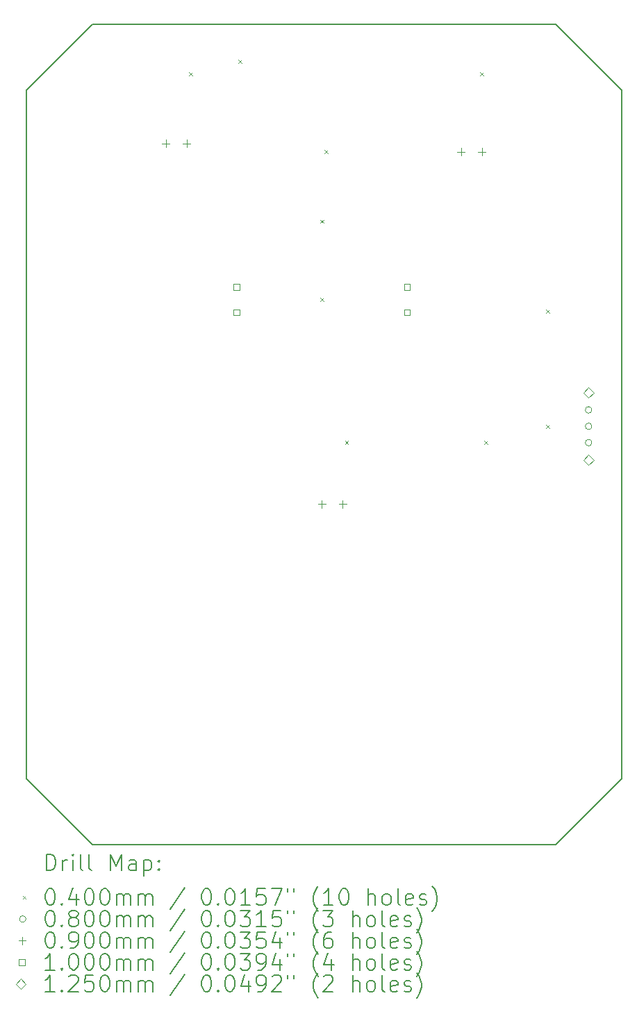
<source format=gbr>
%TF.GenerationSoftware,KiCad,Pcbnew,7.0.2*%
%TF.CreationDate,2023-06-01T22:42:41-04:00*%
%TF.ProjectId,sectr-soldering-kit,73656374-722d-4736-9f6c-646572696e67,rev?*%
%TF.SameCoordinates,Original*%
%TF.FileFunction,Drillmap*%
%TF.FilePolarity,Positive*%
%FSLAX45Y45*%
G04 Gerber Fmt 4.5, Leading zero omitted, Abs format (unit mm)*
G04 Created by KiCad (PCBNEW 7.0.2) date 2023-06-01 22:42:41*
%MOMM*%
%LPD*%
G01*
G04 APERTURE LIST*
%ADD10C,0.150000*%
%ADD11C,0.200000*%
%ADD12C,0.040000*%
%ADD13C,0.080000*%
%ADD14C,0.090000*%
%ADD15C,0.100000*%
%ADD16C,0.125000*%
G04 APERTURE END LIST*
D10*
X18100000Y-12900000D02*
X18100000Y-4500000D01*
X17300000Y-13700000D02*
X18100000Y-12900000D01*
X17300000Y-13700000D02*
X11650000Y-13700000D01*
X11650000Y-3700000D02*
X17300000Y-3700000D01*
X10850000Y-4500000D02*
X11650000Y-3700000D01*
X11650000Y-13700000D02*
X10850000Y-12900000D01*
X18100000Y-4500000D02*
X17300000Y-3700000D01*
X10850000Y-12900000D02*
X10850000Y-4500000D01*
D11*
D12*
X12830000Y-4280000D02*
X12870000Y-4320000D01*
X12870000Y-4280000D02*
X12830000Y-4320000D01*
X13430000Y-4130000D02*
X13470000Y-4170000D01*
X13470000Y-4130000D02*
X13430000Y-4170000D01*
X14430000Y-6080000D02*
X14470000Y-6120000D01*
X14470000Y-6080000D02*
X14430000Y-6120000D01*
X14430000Y-7030000D02*
X14470000Y-7070000D01*
X14470000Y-7030000D02*
X14430000Y-7070000D01*
X14480000Y-5230000D02*
X14520000Y-5270000D01*
X14520000Y-5230000D02*
X14480000Y-5270000D01*
X14730000Y-8780000D02*
X14770000Y-8820000D01*
X14770000Y-8780000D02*
X14730000Y-8820000D01*
X16380000Y-4280000D02*
X16420000Y-4320000D01*
X16420000Y-4280000D02*
X16380000Y-4320000D01*
X16430000Y-8780000D02*
X16470000Y-8820000D01*
X16470000Y-8780000D02*
X16430000Y-8820000D01*
X17180000Y-7180000D02*
X17220000Y-7220000D01*
X17220000Y-7180000D02*
X17180000Y-7220000D01*
X17180000Y-8580000D02*
X17220000Y-8620000D01*
X17220000Y-8580000D02*
X17180000Y-8620000D01*
D13*
X17740000Y-8400000D02*
G75*
G03*
X17740000Y-8400000I-40000J0D01*
G01*
X17740000Y-8600000D02*
G75*
G03*
X17740000Y-8600000I-40000J0D01*
G01*
X17740000Y-8800000D02*
G75*
G03*
X17740000Y-8800000I-40000J0D01*
G01*
D14*
X12546000Y-5105000D02*
X12546000Y-5195000D01*
X12501000Y-5150000D02*
X12591000Y-5150000D01*
X12800000Y-5105000D02*
X12800000Y-5195000D01*
X12755000Y-5150000D02*
X12845000Y-5150000D01*
X14450000Y-9505000D02*
X14450000Y-9595000D01*
X14405000Y-9550000D02*
X14495000Y-9550000D01*
X14704000Y-9505000D02*
X14704000Y-9595000D01*
X14659000Y-9550000D02*
X14749000Y-9550000D01*
X16146000Y-5205000D02*
X16146000Y-5295000D01*
X16101000Y-5250000D02*
X16191000Y-5250000D01*
X16400000Y-5205000D02*
X16400000Y-5295000D01*
X16355000Y-5250000D02*
X16445000Y-5250000D01*
D15*
X13445356Y-6935356D02*
X13445356Y-6864644D01*
X13374644Y-6864644D01*
X13374644Y-6935356D01*
X13445356Y-6935356D01*
X13445356Y-7245356D02*
X13445356Y-7174644D01*
X13374644Y-7174644D01*
X13374644Y-7245356D01*
X13445356Y-7245356D01*
X15525356Y-6935356D02*
X15525356Y-6864644D01*
X15454644Y-6864644D01*
X15454644Y-6935356D01*
X15525356Y-6935356D01*
X15525356Y-7245356D02*
X15525356Y-7174644D01*
X15454644Y-7174644D01*
X15454644Y-7245356D01*
X15525356Y-7245356D01*
D16*
X17700000Y-8252500D02*
X17762500Y-8190000D01*
X17700000Y-8127500D01*
X17637500Y-8190000D01*
X17700000Y-8252500D01*
X17700000Y-9072500D02*
X17762500Y-9010000D01*
X17700000Y-8947500D01*
X17637500Y-9010000D01*
X17700000Y-9072500D01*
D11*
X11090119Y-14020024D02*
X11090119Y-13820024D01*
X11090119Y-13820024D02*
X11137738Y-13820024D01*
X11137738Y-13820024D02*
X11166310Y-13829548D01*
X11166310Y-13829548D02*
X11185357Y-13848595D01*
X11185357Y-13848595D02*
X11194881Y-13867643D01*
X11194881Y-13867643D02*
X11204405Y-13905738D01*
X11204405Y-13905738D02*
X11204405Y-13934309D01*
X11204405Y-13934309D02*
X11194881Y-13972405D01*
X11194881Y-13972405D02*
X11185357Y-13991452D01*
X11185357Y-13991452D02*
X11166310Y-14010500D01*
X11166310Y-14010500D02*
X11137738Y-14020024D01*
X11137738Y-14020024D02*
X11090119Y-14020024D01*
X11290119Y-14020024D02*
X11290119Y-13886690D01*
X11290119Y-13924786D02*
X11299643Y-13905738D01*
X11299643Y-13905738D02*
X11309167Y-13896214D01*
X11309167Y-13896214D02*
X11328214Y-13886690D01*
X11328214Y-13886690D02*
X11347262Y-13886690D01*
X11413928Y-14020024D02*
X11413928Y-13886690D01*
X11413928Y-13820024D02*
X11404405Y-13829548D01*
X11404405Y-13829548D02*
X11413928Y-13839071D01*
X11413928Y-13839071D02*
X11423452Y-13829548D01*
X11423452Y-13829548D02*
X11413928Y-13820024D01*
X11413928Y-13820024D02*
X11413928Y-13839071D01*
X11537738Y-14020024D02*
X11518690Y-14010500D01*
X11518690Y-14010500D02*
X11509167Y-13991452D01*
X11509167Y-13991452D02*
X11509167Y-13820024D01*
X11642500Y-14020024D02*
X11623452Y-14010500D01*
X11623452Y-14010500D02*
X11613928Y-13991452D01*
X11613928Y-13991452D02*
X11613928Y-13820024D01*
X11871071Y-14020024D02*
X11871071Y-13820024D01*
X11871071Y-13820024D02*
X11937738Y-13962881D01*
X11937738Y-13962881D02*
X12004405Y-13820024D01*
X12004405Y-13820024D02*
X12004405Y-14020024D01*
X12185357Y-14020024D02*
X12185357Y-13915262D01*
X12185357Y-13915262D02*
X12175833Y-13896214D01*
X12175833Y-13896214D02*
X12156786Y-13886690D01*
X12156786Y-13886690D02*
X12118690Y-13886690D01*
X12118690Y-13886690D02*
X12099643Y-13896214D01*
X12185357Y-14010500D02*
X12166309Y-14020024D01*
X12166309Y-14020024D02*
X12118690Y-14020024D01*
X12118690Y-14020024D02*
X12099643Y-14010500D01*
X12099643Y-14010500D02*
X12090119Y-13991452D01*
X12090119Y-13991452D02*
X12090119Y-13972405D01*
X12090119Y-13972405D02*
X12099643Y-13953357D01*
X12099643Y-13953357D02*
X12118690Y-13943833D01*
X12118690Y-13943833D02*
X12166309Y-13943833D01*
X12166309Y-13943833D02*
X12185357Y-13934309D01*
X12280595Y-13886690D02*
X12280595Y-14086690D01*
X12280595Y-13896214D02*
X12299643Y-13886690D01*
X12299643Y-13886690D02*
X12337738Y-13886690D01*
X12337738Y-13886690D02*
X12356786Y-13896214D01*
X12356786Y-13896214D02*
X12366309Y-13905738D01*
X12366309Y-13905738D02*
X12375833Y-13924786D01*
X12375833Y-13924786D02*
X12375833Y-13981928D01*
X12375833Y-13981928D02*
X12366309Y-14000976D01*
X12366309Y-14000976D02*
X12356786Y-14010500D01*
X12356786Y-14010500D02*
X12337738Y-14020024D01*
X12337738Y-14020024D02*
X12299643Y-14020024D01*
X12299643Y-14020024D02*
X12280595Y-14010500D01*
X12461548Y-14000976D02*
X12471071Y-14010500D01*
X12471071Y-14010500D02*
X12461548Y-14020024D01*
X12461548Y-14020024D02*
X12452024Y-14010500D01*
X12452024Y-14010500D02*
X12461548Y-14000976D01*
X12461548Y-14000976D02*
X12461548Y-14020024D01*
X12461548Y-13896214D02*
X12471071Y-13905738D01*
X12471071Y-13905738D02*
X12461548Y-13915262D01*
X12461548Y-13915262D02*
X12452024Y-13905738D01*
X12452024Y-13905738D02*
X12461548Y-13896214D01*
X12461548Y-13896214D02*
X12461548Y-13915262D01*
D12*
X10802500Y-14327500D02*
X10842500Y-14367500D01*
X10842500Y-14327500D02*
X10802500Y-14367500D01*
D11*
X11128214Y-14240024D02*
X11147262Y-14240024D01*
X11147262Y-14240024D02*
X11166310Y-14249548D01*
X11166310Y-14249548D02*
X11175833Y-14259071D01*
X11175833Y-14259071D02*
X11185357Y-14278119D01*
X11185357Y-14278119D02*
X11194881Y-14316214D01*
X11194881Y-14316214D02*
X11194881Y-14363833D01*
X11194881Y-14363833D02*
X11185357Y-14401928D01*
X11185357Y-14401928D02*
X11175833Y-14420976D01*
X11175833Y-14420976D02*
X11166310Y-14430500D01*
X11166310Y-14430500D02*
X11147262Y-14440024D01*
X11147262Y-14440024D02*
X11128214Y-14440024D01*
X11128214Y-14440024D02*
X11109167Y-14430500D01*
X11109167Y-14430500D02*
X11099643Y-14420976D01*
X11099643Y-14420976D02*
X11090119Y-14401928D01*
X11090119Y-14401928D02*
X11080595Y-14363833D01*
X11080595Y-14363833D02*
X11080595Y-14316214D01*
X11080595Y-14316214D02*
X11090119Y-14278119D01*
X11090119Y-14278119D02*
X11099643Y-14259071D01*
X11099643Y-14259071D02*
X11109167Y-14249548D01*
X11109167Y-14249548D02*
X11128214Y-14240024D01*
X11280595Y-14420976D02*
X11290119Y-14430500D01*
X11290119Y-14430500D02*
X11280595Y-14440024D01*
X11280595Y-14440024D02*
X11271071Y-14430500D01*
X11271071Y-14430500D02*
X11280595Y-14420976D01*
X11280595Y-14420976D02*
X11280595Y-14440024D01*
X11461548Y-14306690D02*
X11461548Y-14440024D01*
X11413928Y-14230500D02*
X11366309Y-14373357D01*
X11366309Y-14373357D02*
X11490119Y-14373357D01*
X11604405Y-14240024D02*
X11623452Y-14240024D01*
X11623452Y-14240024D02*
X11642500Y-14249548D01*
X11642500Y-14249548D02*
X11652024Y-14259071D01*
X11652024Y-14259071D02*
X11661548Y-14278119D01*
X11661548Y-14278119D02*
X11671071Y-14316214D01*
X11671071Y-14316214D02*
X11671071Y-14363833D01*
X11671071Y-14363833D02*
X11661548Y-14401928D01*
X11661548Y-14401928D02*
X11652024Y-14420976D01*
X11652024Y-14420976D02*
X11642500Y-14430500D01*
X11642500Y-14430500D02*
X11623452Y-14440024D01*
X11623452Y-14440024D02*
X11604405Y-14440024D01*
X11604405Y-14440024D02*
X11585357Y-14430500D01*
X11585357Y-14430500D02*
X11575833Y-14420976D01*
X11575833Y-14420976D02*
X11566309Y-14401928D01*
X11566309Y-14401928D02*
X11556786Y-14363833D01*
X11556786Y-14363833D02*
X11556786Y-14316214D01*
X11556786Y-14316214D02*
X11566309Y-14278119D01*
X11566309Y-14278119D02*
X11575833Y-14259071D01*
X11575833Y-14259071D02*
X11585357Y-14249548D01*
X11585357Y-14249548D02*
X11604405Y-14240024D01*
X11794881Y-14240024D02*
X11813929Y-14240024D01*
X11813929Y-14240024D02*
X11832976Y-14249548D01*
X11832976Y-14249548D02*
X11842500Y-14259071D01*
X11842500Y-14259071D02*
X11852024Y-14278119D01*
X11852024Y-14278119D02*
X11861548Y-14316214D01*
X11861548Y-14316214D02*
X11861548Y-14363833D01*
X11861548Y-14363833D02*
X11852024Y-14401928D01*
X11852024Y-14401928D02*
X11842500Y-14420976D01*
X11842500Y-14420976D02*
X11832976Y-14430500D01*
X11832976Y-14430500D02*
X11813929Y-14440024D01*
X11813929Y-14440024D02*
X11794881Y-14440024D01*
X11794881Y-14440024D02*
X11775833Y-14430500D01*
X11775833Y-14430500D02*
X11766309Y-14420976D01*
X11766309Y-14420976D02*
X11756786Y-14401928D01*
X11756786Y-14401928D02*
X11747262Y-14363833D01*
X11747262Y-14363833D02*
X11747262Y-14316214D01*
X11747262Y-14316214D02*
X11756786Y-14278119D01*
X11756786Y-14278119D02*
X11766309Y-14259071D01*
X11766309Y-14259071D02*
X11775833Y-14249548D01*
X11775833Y-14249548D02*
X11794881Y-14240024D01*
X11947262Y-14440024D02*
X11947262Y-14306690D01*
X11947262Y-14325738D02*
X11956786Y-14316214D01*
X11956786Y-14316214D02*
X11975833Y-14306690D01*
X11975833Y-14306690D02*
X12004405Y-14306690D01*
X12004405Y-14306690D02*
X12023452Y-14316214D01*
X12023452Y-14316214D02*
X12032976Y-14335262D01*
X12032976Y-14335262D02*
X12032976Y-14440024D01*
X12032976Y-14335262D02*
X12042500Y-14316214D01*
X12042500Y-14316214D02*
X12061548Y-14306690D01*
X12061548Y-14306690D02*
X12090119Y-14306690D01*
X12090119Y-14306690D02*
X12109167Y-14316214D01*
X12109167Y-14316214D02*
X12118690Y-14335262D01*
X12118690Y-14335262D02*
X12118690Y-14440024D01*
X12213929Y-14440024D02*
X12213929Y-14306690D01*
X12213929Y-14325738D02*
X12223452Y-14316214D01*
X12223452Y-14316214D02*
X12242500Y-14306690D01*
X12242500Y-14306690D02*
X12271071Y-14306690D01*
X12271071Y-14306690D02*
X12290119Y-14316214D01*
X12290119Y-14316214D02*
X12299643Y-14335262D01*
X12299643Y-14335262D02*
X12299643Y-14440024D01*
X12299643Y-14335262D02*
X12309167Y-14316214D01*
X12309167Y-14316214D02*
X12328214Y-14306690D01*
X12328214Y-14306690D02*
X12356786Y-14306690D01*
X12356786Y-14306690D02*
X12375833Y-14316214D01*
X12375833Y-14316214D02*
X12385357Y-14335262D01*
X12385357Y-14335262D02*
X12385357Y-14440024D01*
X12775833Y-14230500D02*
X12604405Y-14487643D01*
X13032976Y-14240024D02*
X13052024Y-14240024D01*
X13052024Y-14240024D02*
X13071072Y-14249548D01*
X13071072Y-14249548D02*
X13080595Y-14259071D01*
X13080595Y-14259071D02*
X13090119Y-14278119D01*
X13090119Y-14278119D02*
X13099643Y-14316214D01*
X13099643Y-14316214D02*
X13099643Y-14363833D01*
X13099643Y-14363833D02*
X13090119Y-14401928D01*
X13090119Y-14401928D02*
X13080595Y-14420976D01*
X13080595Y-14420976D02*
X13071072Y-14430500D01*
X13071072Y-14430500D02*
X13052024Y-14440024D01*
X13052024Y-14440024D02*
X13032976Y-14440024D01*
X13032976Y-14440024D02*
X13013929Y-14430500D01*
X13013929Y-14430500D02*
X13004405Y-14420976D01*
X13004405Y-14420976D02*
X12994881Y-14401928D01*
X12994881Y-14401928D02*
X12985357Y-14363833D01*
X12985357Y-14363833D02*
X12985357Y-14316214D01*
X12985357Y-14316214D02*
X12994881Y-14278119D01*
X12994881Y-14278119D02*
X13004405Y-14259071D01*
X13004405Y-14259071D02*
X13013929Y-14249548D01*
X13013929Y-14249548D02*
X13032976Y-14240024D01*
X13185357Y-14420976D02*
X13194881Y-14430500D01*
X13194881Y-14430500D02*
X13185357Y-14440024D01*
X13185357Y-14440024D02*
X13175833Y-14430500D01*
X13175833Y-14430500D02*
X13185357Y-14420976D01*
X13185357Y-14420976D02*
X13185357Y-14440024D01*
X13318691Y-14240024D02*
X13337738Y-14240024D01*
X13337738Y-14240024D02*
X13356786Y-14249548D01*
X13356786Y-14249548D02*
X13366310Y-14259071D01*
X13366310Y-14259071D02*
X13375833Y-14278119D01*
X13375833Y-14278119D02*
X13385357Y-14316214D01*
X13385357Y-14316214D02*
X13385357Y-14363833D01*
X13385357Y-14363833D02*
X13375833Y-14401928D01*
X13375833Y-14401928D02*
X13366310Y-14420976D01*
X13366310Y-14420976D02*
X13356786Y-14430500D01*
X13356786Y-14430500D02*
X13337738Y-14440024D01*
X13337738Y-14440024D02*
X13318691Y-14440024D01*
X13318691Y-14440024D02*
X13299643Y-14430500D01*
X13299643Y-14430500D02*
X13290119Y-14420976D01*
X13290119Y-14420976D02*
X13280595Y-14401928D01*
X13280595Y-14401928D02*
X13271072Y-14363833D01*
X13271072Y-14363833D02*
X13271072Y-14316214D01*
X13271072Y-14316214D02*
X13280595Y-14278119D01*
X13280595Y-14278119D02*
X13290119Y-14259071D01*
X13290119Y-14259071D02*
X13299643Y-14249548D01*
X13299643Y-14249548D02*
X13318691Y-14240024D01*
X13575833Y-14440024D02*
X13461548Y-14440024D01*
X13518691Y-14440024D02*
X13518691Y-14240024D01*
X13518691Y-14240024D02*
X13499643Y-14268595D01*
X13499643Y-14268595D02*
X13480595Y-14287643D01*
X13480595Y-14287643D02*
X13461548Y-14297167D01*
X13756786Y-14240024D02*
X13661548Y-14240024D01*
X13661548Y-14240024D02*
X13652024Y-14335262D01*
X13652024Y-14335262D02*
X13661548Y-14325738D01*
X13661548Y-14325738D02*
X13680595Y-14316214D01*
X13680595Y-14316214D02*
X13728214Y-14316214D01*
X13728214Y-14316214D02*
X13747262Y-14325738D01*
X13747262Y-14325738D02*
X13756786Y-14335262D01*
X13756786Y-14335262D02*
X13766310Y-14354309D01*
X13766310Y-14354309D02*
X13766310Y-14401928D01*
X13766310Y-14401928D02*
X13756786Y-14420976D01*
X13756786Y-14420976D02*
X13747262Y-14430500D01*
X13747262Y-14430500D02*
X13728214Y-14440024D01*
X13728214Y-14440024D02*
X13680595Y-14440024D01*
X13680595Y-14440024D02*
X13661548Y-14430500D01*
X13661548Y-14430500D02*
X13652024Y-14420976D01*
X13832976Y-14240024D02*
X13966310Y-14240024D01*
X13966310Y-14240024D02*
X13880595Y-14440024D01*
X14032976Y-14240024D02*
X14032976Y-14278119D01*
X14109167Y-14240024D02*
X14109167Y-14278119D01*
X14404405Y-14516214D02*
X14394881Y-14506690D01*
X14394881Y-14506690D02*
X14375834Y-14478119D01*
X14375834Y-14478119D02*
X14366310Y-14459071D01*
X14366310Y-14459071D02*
X14356786Y-14430500D01*
X14356786Y-14430500D02*
X14347262Y-14382881D01*
X14347262Y-14382881D02*
X14347262Y-14344786D01*
X14347262Y-14344786D02*
X14356786Y-14297167D01*
X14356786Y-14297167D02*
X14366310Y-14268595D01*
X14366310Y-14268595D02*
X14375834Y-14249548D01*
X14375834Y-14249548D02*
X14394881Y-14220976D01*
X14394881Y-14220976D02*
X14404405Y-14211452D01*
X14585357Y-14440024D02*
X14471072Y-14440024D01*
X14528214Y-14440024D02*
X14528214Y-14240024D01*
X14528214Y-14240024D02*
X14509167Y-14268595D01*
X14509167Y-14268595D02*
X14490119Y-14287643D01*
X14490119Y-14287643D02*
X14471072Y-14297167D01*
X14709167Y-14240024D02*
X14728215Y-14240024D01*
X14728215Y-14240024D02*
X14747262Y-14249548D01*
X14747262Y-14249548D02*
X14756786Y-14259071D01*
X14756786Y-14259071D02*
X14766310Y-14278119D01*
X14766310Y-14278119D02*
X14775834Y-14316214D01*
X14775834Y-14316214D02*
X14775834Y-14363833D01*
X14775834Y-14363833D02*
X14766310Y-14401928D01*
X14766310Y-14401928D02*
X14756786Y-14420976D01*
X14756786Y-14420976D02*
X14747262Y-14430500D01*
X14747262Y-14430500D02*
X14728215Y-14440024D01*
X14728215Y-14440024D02*
X14709167Y-14440024D01*
X14709167Y-14440024D02*
X14690119Y-14430500D01*
X14690119Y-14430500D02*
X14680595Y-14420976D01*
X14680595Y-14420976D02*
X14671072Y-14401928D01*
X14671072Y-14401928D02*
X14661548Y-14363833D01*
X14661548Y-14363833D02*
X14661548Y-14316214D01*
X14661548Y-14316214D02*
X14671072Y-14278119D01*
X14671072Y-14278119D02*
X14680595Y-14259071D01*
X14680595Y-14259071D02*
X14690119Y-14249548D01*
X14690119Y-14249548D02*
X14709167Y-14240024D01*
X15013929Y-14440024D02*
X15013929Y-14240024D01*
X15099643Y-14440024D02*
X15099643Y-14335262D01*
X15099643Y-14335262D02*
X15090119Y-14316214D01*
X15090119Y-14316214D02*
X15071072Y-14306690D01*
X15071072Y-14306690D02*
X15042500Y-14306690D01*
X15042500Y-14306690D02*
X15023453Y-14316214D01*
X15023453Y-14316214D02*
X15013929Y-14325738D01*
X15223453Y-14440024D02*
X15204405Y-14430500D01*
X15204405Y-14430500D02*
X15194881Y-14420976D01*
X15194881Y-14420976D02*
X15185357Y-14401928D01*
X15185357Y-14401928D02*
X15185357Y-14344786D01*
X15185357Y-14344786D02*
X15194881Y-14325738D01*
X15194881Y-14325738D02*
X15204405Y-14316214D01*
X15204405Y-14316214D02*
X15223453Y-14306690D01*
X15223453Y-14306690D02*
X15252024Y-14306690D01*
X15252024Y-14306690D02*
X15271072Y-14316214D01*
X15271072Y-14316214D02*
X15280596Y-14325738D01*
X15280596Y-14325738D02*
X15290119Y-14344786D01*
X15290119Y-14344786D02*
X15290119Y-14401928D01*
X15290119Y-14401928D02*
X15280596Y-14420976D01*
X15280596Y-14420976D02*
X15271072Y-14430500D01*
X15271072Y-14430500D02*
X15252024Y-14440024D01*
X15252024Y-14440024D02*
X15223453Y-14440024D01*
X15404405Y-14440024D02*
X15385357Y-14430500D01*
X15385357Y-14430500D02*
X15375834Y-14411452D01*
X15375834Y-14411452D02*
X15375834Y-14240024D01*
X15556786Y-14430500D02*
X15537738Y-14440024D01*
X15537738Y-14440024D02*
X15499643Y-14440024D01*
X15499643Y-14440024D02*
X15480596Y-14430500D01*
X15480596Y-14430500D02*
X15471072Y-14411452D01*
X15471072Y-14411452D02*
X15471072Y-14335262D01*
X15471072Y-14335262D02*
X15480596Y-14316214D01*
X15480596Y-14316214D02*
X15499643Y-14306690D01*
X15499643Y-14306690D02*
X15537738Y-14306690D01*
X15537738Y-14306690D02*
X15556786Y-14316214D01*
X15556786Y-14316214D02*
X15566310Y-14335262D01*
X15566310Y-14335262D02*
X15566310Y-14354309D01*
X15566310Y-14354309D02*
X15471072Y-14373357D01*
X15642500Y-14430500D02*
X15661548Y-14440024D01*
X15661548Y-14440024D02*
X15699643Y-14440024D01*
X15699643Y-14440024D02*
X15718691Y-14430500D01*
X15718691Y-14430500D02*
X15728215Y-14411452D01*
X15728215Y-14411452D02*
X15728215Y-14401928D01*
X15728215Y-14401928D02*
X15718691Y-14382881D01*
X15718691Y-14382881D02*
X15699643Y-14373357D01*
X15699643Y-14373357D02*
X15671072Y-14373357D01*
X15671072Y-14373357D02*
X15652024Y-14363833D01*
X15652024Y-14363833D02*
X15642500Y-14344786D01*
X15642500Y-14344786D02*
X15642500Y-14335262D01*
X15642500Y-14335262D02*
X15652024Y-14316214D01*
X15652024Y-14316214D02*
X15671072Y-14306690D01*
X15671072Y-14306690D02*
X15699643Y-14306690D01*
X15699643Y-14306690D02*
X15718691Y-14316214D01*
X15794881Y-14516214D02*
X15804405Y-14506690D01*
X15804405Y-14506690D02*
X15823453Y-14478119D01*
X15823453Y-14478119D02*
X15832977Y-14459071D01*
X15832977Y-14459071D02*
X15842500Y-14430500D01*
X15842500Y-14430500D02*
X15852024Y-14382881D01*
X15852024Y-14382881D02*
X15852024Y-14344786D01*
X15852024Y-14344786D02*
X15842500Y-14297167D01*
X15842500Y-14297167D02*
X15832977Y-14268595D01*
X15832977Y-14268595D02*
X15823453Y-14249548D01*
X15823453Y-14249548D02*
X15804405Y-14220976D01*
X15804405Y-14220976D02*
X15794881Y-14211452D01*
D13*
X10842500Y-14611500D02*
G75*
G03*
X10842500Y-14611500I-40000J0D01*
G01*
D11*
X11128214Y-14504024D02*
X11147262Y-14504024D01*
X11147262Y-14504024D02*
X11166310Y-14513548D01*
X11166310Y-14513548D02*
X11175833Y-14523071D01*
X11175833Y-14523071D02*
X11185357Y-14542119D01*
X11185357Y-14542119D02*
X11194881Y-14580214D01*
X11194881Y-14580214D02*
X11194881Y-14627833D01*
X11194881Y-14627833D02*
X11185357Y-14665928D01*
X11185357Y-14665928D02*
X11175833Y-14684976D01*
X11175833Y-14684976D02*
X11166310Y-14694500D01*
X11166310Y-14694500D02*
X11147262Y-14704024D01*
X11147262Y-14704024D02*
X11128214Y-14704024D01*
X11128214Y-14704024D02*
X11109167Y-14694500D01*
X11109167Y-14694500D02*
X11099643Y-14684976D01*
X11099643Y-14684976D02*
X11090119Y-14665928D01*
X11090119Y-14665928D02*
X11080595Y-14627833D01*
X11080595Y-14627833D02*
X11080595Y-14580214D01*
X11080595Y-14580214D02*
X11090119Y-14542119D01*
X11090119Y-14542119D02*
X11099643Y-14523071D01*
X11099643Y-14523071D02*
X11109167Y-14513548D01*
X11109167Y-14513548D02*
X11128214Y-14504024D01*
X11280595Y-14684976D02*
X11290119Y-14694500D01*
X11290119Y-14694500D02*
X11280595Y-14704024D01*
X11280595Y-14704024D02*
X11271071Y-14694500D01*
X11271071Y-14694500D02*
X11280595Y-14684976D01*
X11280595Y-14684976D02*
X11280595Y-14704024D01*
X11404405Y-14589738D02*
X11385357Y-14580214D01*
X11385357Y-14580214D02*
X11375833Y-14570690D01*
X11375833Y-14570690D02*
X11366309Y-14551643D01*
X11366309Y-14551643D02*
X11366309Y-14542119D01*
X11366309Y-14542119D02*
X11375833Y-14523071D01*
X11375833Y-14523071D02*
X11385357Y-14513548D01*
X11385357Y-14513548D02*
X11404405Y-14504024D01*
X11404405Y-14504024D02*
X11442500Y-14504024D01*
X11442500Y-14504024D02*
X11461548Y-14513548D01*
X11461548Y-14513548D02*
X11471071Y-14523071D01*
X11471071Y-14523071D02*
X11480595Y-14542119D01*
X11480595Y-14542119D02*
X11480595Y-14551643D01*
X11480595Y-14551643D02*
X11471071Y-14570690D01*
X11471071Y-14570690D02*
X11461548Y-14580214D01*
X11461548Y-14580214D02*
X11442500Y-14589738D01*
X11442500Y-14589738D02*
X11404405Y-14589738D01*
X11404405Y-14589738D02*
X11385357Y-14599262D01*
X11385357Y-14599262D02*
X11375833Y-14608786D01*
X11375833Y-14608786D02*
X11366309Y-14627833D01*
X11366309Y-14627833D02*
X11366309Y-14665928D01*
X11366309Y-14665928D02*
X11375833Y-14684976D01*
X11375833Y-14684976D02*
X11385357Y-14694500D01*
X11385357Y-14694500D02*
X11404405Y-14704024D01*
X11404405Y-14704024D02*
X11442500Y-14704024D01*
X11442500Y-14704024D02*
X11461548Y-14694500D01*
X11461548Y-14694500D02*
X11471071Y-14684976D01*
X11471071Y-14684976D02*
X11480595Y-14665928D01*
X11480595Y-14665928D02*
X11480595Y-14627833D01*
X11480595Y-14627833D02*
X11471071Y-14608786D01*
X11471071Y-14608786D02*
X11461548Y-14599262D01*
X11461548Y-14599262D02*
X11442500Y-14589738D01*
X11604405Y-14504024D02*
X11623452Y-14504024D01*
X11623452Y-14504024D02*
X11642500Y-14513548D01*
X11642500Y-14513548D02*
X11652024Y-14523071D01*
X11652024Y-14523071D02*
X11661548Y-14542119D01*
X11661548Y-14542119D02*
X11671071Y-14580214D01*
X11671071Y-14580214D02*
X11671071Y-14627833D01*
X11671071Y-14627833D02*
X11661548Y-14665928D01*
X11661548Y-14665928D02*
X11652024Y-14684976D01*
X11652024Y-14684976D02*
X11642500Y-14694500D01*
X11642500Y-14694500D02*
X11623452Y-14704024D01*
X11623452Y-14704024D02*
X11604405Y-14704024D01*
X11604405Y-14704024D02*
X11585357Y-14694500D01*
X11585357Y-14694500D02*
X11575833Y-14684976D01*
X11575833Y-14684976D02*
X11566309Y-14665928D01*
X11566309Y-14665928D02*
X11556786Y-14627833D01*
X11556786Y-14627833D02*
X11556786Y-14580214D01*
X11556786Y-14580214D02*
X11566309Y-14542119D01*
X11566309Y-14542119D02*
X11575833Y-14523071D01*
X11575833Y-14523071D02*
X11585357Y-14513548D01*
X11585357Y-14513548D02*
X11604405Y-14504024D01*
X11794881Y-14504024D02*
X11813929Y-14504024D01*
X11813929Y-14504024D02*
X11832976Y-14513548D01*
X11832976Y-14513548D02*
X11842500Y-14523071D01*
X11842500Y-14523071D02*
X11852024Y-14542119D01*
X11852024Y-14542119D02*
X11861548Y-14580214D01*
X11861548Y-14580214D02*
X11861548Y-14627833D01*
X11861548Y-14627833D02*
X11852024Y-14665928D01*
X11852024Y-14665928D02*
X11842500Y-14684976D01*
X11842500Y-14684976D02*
X11832976Y-14694500D01*
X11832976Y-14694500D02*
X11813929Y-14704024D01*
X11813929Y-14704024D02*
X11794881Y-14704024D01*
X11794881Y-14704024D02*
X11775833Y-14694500D01*
X11775833Y-14694500D02*
X11766309Y-14684976D01*
X11766309Y-14684976D02*
X11756786Y-14665928D01*
X11756786Y-14665928D02*
X11747262Y-14627833D01*
X11747262Y-14627833D02*
X11747262Y-14580214D01*
X11747262Y-14580214D02*
X11756786Y-14542119D01*
X11756786Y-14542119D02*
X11766309Y-14523071D01*
X11766309Y-14523071D02*
X11775833Y-14513548D01*
X11775833Y-14513548D02*
X11794881Y-14504024D01*
X11947262Y-14704024D02*
X11947262Y-14570690D01*
X11947262Y-14589738D02*
X11956786Y-14580214D01*
X11956786Y-14580214D02*
X11975833Y-14570690D01*
X11975833Y-14570690D02*
X12004405Y-14570690D01*
X12004405Y-14570690D02*
X12023452Y-14580214D01*
X12023452Y-14580214D02*
X12032976Y-14599262D01*
X12032976Y-14599262D02*
X12032976Y-14704024D01*
X12032976Y-14599262D02*
X12042500Y-14580214D01*
X12042500Y-14580214D02*
X12061548Y-14570690D01*
X12061548Y-14570690D02*
X12090119Y-14570690D01*
X12090119Y-14570690D02*
X12109167Y-14580214D01*
X12109167Y-14580214D02*
X12118690Y-14599262D01*
X12118690Y-14599262D02*
X12118690Y-14704024D01*
X12213929Y-14704024D02*
X12213929Y-14570690D01*
X12213929Y-14589738D02*
X12223452Y-14580214D01*
X12223452Y-14580214D02*
X12242500Y-14570690D01*
X12242500Y-14570690D02*
X12271071Y-14570690D01*
X12271071Y-14570690D02*
X12290119Y-14580214D01*
X12290119Y-14580214D02*
X12299643Y-14599262D01*
X12299643Y-14599262D02*
X12299643Y-14704024D01*
X12299643Y-14599262D02*
X12309167Y-14580214D01*
X12309167Y-14580214D02*
X12328214Y-14570690D01*
X12328214Y-14570690D02*
X12356786Y-14570690D01*
X12356786Y-14570690D02*
X12375833Y-14580214D01*
X12375833Y-14580214D02*
X12385357Y-14599262D01*
X12385357Y-14599262D02*
X12385357Y-14704024D01*
X12775833Y-14494500D02*
X12604405Y-14751643D01*
X13032976Y-14504024D02*
X13052024Y-14504024D01*
X13052024Y-14504024D02*
X13071072Y-14513548D01*
X13071072Y-14513548D02*
X13080595Y-14523071D01*
X13080595Y-14523071D02*
X13090119Y-14542119D01*
X13090119Y-14542119D02*
X13099643Y-14580214D01*
X13099643Y-14580214D02*
X13099643Y-14627833D01*
X13099643Y-14627833D02*
X13090119Y-14665928D01*
X13090119Y-14665928D02*
X13080595Y-14684976D01*
X13080595Y-14684976D02*
X13071072Y-14694500D01*
X13071072Y-14694500D02*
X13052024Y-14704024D01*
X13052024Y-14704024D02*
X13032976Y-14704024D01*
X13032976Y-14704024D02*
X13013929Y-14694500D01*
X13013929Y-14694500D02*
X13004405Y-14684976D01*
X13004405Y-14684976D02*
X12994881Y-14665928D01*
X12994881Y-14665928D02*
X12985357Y-14627833D01*
X12985357Y-14627833D02*
X12985357Y-14580214D01*
X12985357Y-14580214D02*
X12994881Y-14542119D01*
X12994881Y-14542119D02*
X13004405Y-14523071D01*
X13004405Y-14523071D02*
X13013929Y-14513548D01*
X13013929Y-14513548D02*
X13032976Y-14504024D01*
X13185357Y-14684976D02*
X13194881Y-14694500D01*
X13194881Y-14694500D02*
X13185357Y-14704024D01*
X13185357Y-14704024D02*
X13175833Y-14694500D01*
X13175833Y-14694500D02*
X13185357Y-14684976D01*
X13185357Y-14684976D02*
X13185357Y-14704024D01*
X13318691Y-14504024D02*
X13337738Y-14504024D01*
X13337738Y-14504024D02*
X13356786Y-14513548D01*
X13356786Y-14513548D02*
X13366310Y-14523071D01*
X13366310Y-14523071D02*
X13375833Y-14542119D01*
X13375833Y-14542119D02*
X13385357Y-14580214D01*
X13385357Y-14580214D02*
X13385357Y-14627833D01*
X13385357Y-14627833D02*
X13375833Y-14665928D01*
X13375833Y-14665928D02*
X13366310Y-14684976D01*
X13366310Y-14684976D02*
X13356786Y-14694500D01*
X13356786Y-14694500D02*
X13337738Y-14704024D01*
X13337738Y-14704024D02*
X13318691Y-14704024D01*
X13318691Y-14704024D02*
X13299643Y-14694500D01*
X13299643Y-14694500D02*
X13290119Y-14684976D01*
X13290119Y-14684976D02*
X13280595Y-14665928D01*
X13280595Y-14665928D02*
X13271072Y-14627833D01*
X13271072Y-14627833D02*
X13271072Y-14580214D01*
X13271072Y-14580214D02*
X13280595Y-14542119D01*
X13280595Y-14542119D02*
X13290119Y-14523071D01*
X13290119Y-14523071D02*
X13299643Y-14513548D01*
X13299643Y-14513548D02*
X13318691Y-14504024D01*
X13452024Y-14504024D02*
X13575833Y-14504024D01*
X13575833Y-14504024D02*
X13509167Y-14580214D01*
X13509167Y-14580214D02*
X13537738Y-14580214D01*
X13537738Y-14580214D02*
X13556786Y-14589738D01*
X13556786Y-14589738D02*
X13566310Y-14599262D01*
X13566310Y-14599262D02*
X13575833Y-14618309D01*
X13575833Y-14618309D02*
X13575833Y-14665928D01*
X13575833Y-14665928D02*
X13566310Y-14684976D01*
X13566310Y-14684976D02*
X13556786Y-14694500D01*
X13556786Y-14694500D02*
X13537738Y-14704024D01*
X13537738Y-14704024D02*
X13480595Y-14704024D01*
X13480595Y-14704024D02*
X13461548Y-14694500D01*
X13461548Y-14694500D02*
X13452024Y-14684976D01*
X13766310Y-14704024D02*
X13652024Y-14704024D01*
X13709167Y-14704024D02*
X13709167Y-14504024D01*
X13709167Y-14504024D02*
X13690119Y-14532595D01*
X13690119Y-14532595D02*
X13671072Y-14551643D01*
X13671072Y-14551643D02*
X13652024Y-14561167D01*
X13947262Y-14504024D02*
X13852024Y-14504024D01*
X13852024Y-14504024D02*
X13842500Y-14599262D01*
X13842500Y-14599262D02*
X13852024Y-14589738D01*
X13852024Y-14589738D02*
X13871072Y-14580214D01*
X13871072Y-14580214D02*
X13918691Y-14580214D01*
X13918691Y-14580214D02*
X13937738Y-14589738D01*
X13937738Y-14589738D02*
X13947262Y-14599262D01*
X13947262Y-14599262D02*
X13956786Y-14618309D01*
X13956786Y-14618309D02*
X13956786Y-14665928D01*
X13956786Y-14665928D02*
X13947262Y-14684976D01*
X13947262Y-14684976D02*
X13937738Y-14694500D01*
X13937738Y-14694500D02*
X13918691Y-14704024D01*
X13918691Y-14704024D02*
X13871072Y-14704024D01*
X13871072Y-14704024D02*
X13852024Y-14694500D01*
X13852024Y-14694500D02*
X13842500Y-14684976D01*
X14032976Y-14504024D02*
X14032976Y-14542119D01*
X14109167Y-14504024D02*
X14109167Y-14542119D01*
X14404405Y-14780214D02*
X14394881Y-14770690D01*
X14394881Y-14770690D02*
X14375834Y-14742119D01*
X14375834Y-14742119D02*
X14366310Y-14723071D01*
X14366310Y-14723071D02*
X14356786Y-14694500D01*
X14356786Y-14694500D02*
X14347262Y-14646881D01*
X14347262Y-14646881D02*
X14347262Y-14608786D01*
X14347262Y-14608786D02*
X14356786Y-14561167D01*
X14356786Y-14561167D02*
X14366310Y-14532595D01*
X14366310Y-14532595D02*
X14375834Y-14513548D01*
X14375834Y-14513548D02*
X14394881Y-14484976D01*
X14394881Y-14484976D02*
X14404405Y-14475452D01*
X14461548Y-14504024D02*
X14585357Y-14504024D01*
X14585357Y-14504024D02*
X14518691Y-14580214D01*
X14518691Y-14580214D02*
X14547262Y-14580214D01*
X14547262Y-14580214D02*
X14566310Y-14589738D01*
X14566310Y-14589738D02*
X14575834Y-14599262D01*
X14575834Y-14599262D02*
X14585357Y-14618309D01*
X14585357Y-14618309D02*
X14585357Y-14665928D01*
X14585357Y-14665928D02*
X14575834Y-14684976D01*
X14575834Y-14684976D02*
X14566310Y-14694500D01*
X14566310Y-14694500D02*
X14547262Y-14704024D01*
X14547262Y-14704024D02*
X14490119Y-14704024D01*
X14490119Y-14704024D02*
X14471072Y-14694500D01*
X14471072Y-14694500D02*
X14461548Y-14684976D01*
X14823453Y-14704024D02*
X14823453Y-14504024D01*
X14909167Y-14704024D02*
X14909167Y-14599262D01*
X14909167Y-14599262D02*
X14899643Y-14580214D01*
X14899643Y-14580214D02*
X14880596Y-14570690D01*
X14880596Y-14570690D02*
X14852024Y-14570690D01*
X14852024Y-14570690D02*
X14832976Y-14580214D01*
X14832976Y-14580214D02*
X14823453Y-14589738D01*
X15032976Y-14704024D02*
X15013929Y-14694500D01*
X15013929Y-14694500D02*
X15004405Y-14684976D01*
X15004405Y-14684976D02*
X14994881Y-14665928D01*
X14994881Y-14665928D02*
X14994881Y-14608786D01*
X14994881Y-14608786D02*
X15004405Y-14589738D01*
X15004405Y-14589738D02*
X15013929Y-14580214D01*
X15013929Y-14580214D02*
X15032976Y-14570690D01*
X15032976Y-14570690D02*
X15061548Y-14570690D01*
X15061548Y-14570690D02*
X15080596Y-14580214D01*
X15080596Y-14580214D02*
X15090119Y-14589738D01*
X15090119Y-14589738D02*
X15099643Y-14608786D01*
X15099643Y-14608786D02*
X15099643Y-14665928D01*
X15099643Y-14665928D02*
X15090119Y-14684976D01*
X15090119Y-14684976D02*
X15080596Y-14694500D01*
X15080596Y-14694500D02*
X15061548Y-14704024D01*
X15061548Y-14704024D02*
X15032976Y-14704024D01*
X15213929Y-14704024D02*
X15194881Y-14694500D01*
X15194881Y-14694500D02*
X15185357Y-14675452D01*
X15185357Y-14675452D02*
X15185357Y-14504024D01*
X15366310Y-14694500D02*
X15347262Y-14704024D01*
X15347262Y-14704024D02*
X15309167Y-14704024D01*
X15309167Y-14704024D02*
X15290119Y-14694500D01*
X15290119Y-14694500D02*
X15280596Y-14675452D01*
X15280596Y-14675452D02*
X15280596Y-14599262D01*
X15280596Y-14599262D02*
X15290119Y-14580214D01*
X15290119Y-14580214D02*
X15309167Y-14570690D01*
X15309167Y-14570690D02*
X15347262Y-14570690D01*
X15347262Y-14570690D02*
X15366310Y-14580214D01*
X15366310Y-14580214D02*
X15375834Y-14599262D01*
X15375834Y-14599262D02*
X15375834Y-14618309D01*
X15375834Y-14618309D02*
X15280596Y-14637357D01*
X15452024Y-14694500D02*
X15471072Y-14704024D01*
X15471072Y-14704024D02*
X15509167Y-14704024D01*
X15509167Y-14704024D02*
X15528215Y-14694500D01*
X15528215Y-14694500D02*
X15537738Y-14675452D01*
X15537738Y-14675452D02*
X15537738Y-14665928D01*
X15537738Y-14665928D02*
X15528215Y-14646881D01*
X15528215Y-14646881D02*
X15509167Y-14637357D01*
X15509167Y-14637357D02*
X15480596Y-14637357D01*
X15480596Y-14637357D02*
X15461548Y-14627833D01*
X15461548Y-14627833D02*
X15452024Y-14608786D01*
X15452024Y-14608786D02*
X15452024Y-14599262D01*
X15452024Y-14599262D02*
X15461548Y-14580214D01*
X15461548Y-14580214D02*
X15480596Y-14570690D01*
X15480596Y-14570690D02*
X15509167Y-14570690D01*
X15509167Y-14570690D02*
X15528215Y-14580214D01*
X15604405Y-14780214D02*
X15613929Y-14770690D01*
X15613929Y-14770690D02*
X15632977Y-14742119D01*
X15632977Y-14742119D02*
X15642500Y-14723071D01*
X15642500Y-14723071D02*
X15652024Y-14694500D01*
X15652024Y-14694500D02*
X15661548Y-14646881D01*
X15661548Y-14646881D02*
X15661548Y-14608786D01*
X15661548Y-14608786D02*
X15652024Y-14561167D01*
X15652024Y-14561167D02*
X15642500Y-14532595D01*
X15642500Y-14532595D02*
X15632977Y-14513548D01*
X15632977Y-14513548D02*
X15613929Y-14484976D01*
X15613929Y-14484976D02*
X15604405Y-14475452D01*
D14*
X10797500Y-14830500D02*
X10797500Y-14920500D01*
X10752500Y-14875500D02*
X10842500Y-14875500D01*
D11*
X11128214Y-14768024D02*
X11147262Y-14768024D01*
X11147262Y-14768024D02*
X11166310Y-14777548D01*
X11166310Y-14777548D02*
X11175833Y-14787071D01*
X11175833Y-14787071D02*
X11185357Y-14806119D01*
X11185357Y-14806119D02*
X11194881Y-14844214D01*
X11194881Y-14844214D02*
X11194881Y-14891833D01*
X11194881Y-14891833D02*
X11185357Y-14929928D01*
X11185357Y-14929928D02*
X11175833Y-14948976D01*
X11175833Y-14948976D02*
X11166310Y-14958500D01*
X11166310Y-14958500D02*
X11147262Y-14968024D01*
X11147262Y-14968024D02*
X11128214Y-14968024D01*
X11128214Y-14968024D02*
X11109167Y-14958500D01*
X11109167Y-14958500D02*
X11099643Y-14948976D01*
X11099643Y-14948976D02*
X11090119Y-14929928D01*
X11090119Y-14929928D02*
X11080595Y-14891833D01*
X11080595Y-14891833D02*
X11080595Y-14844214D01*
X11080595Y-14844214D02*
X11090119Y-14806119D01*
X11090119Y-14806119D02*
X11099643Y-14787071D01*
X11099643Y-14787071D02*
X11109167Y-14777548D01*
X11109167Y-14777548D02*
X11128214Y-14768024D01*
X11280595Y-14948976D02*
X11290119Y-14958500D01*
X11290119Y-14958500D02*
X11280595Y-14968024D01*
X11280595Y-14968024D02*
X11271071Y-14958500D01*
X11271071Y-14958500D02*
X11280595Y-14948976D01*
X11280595Y-14948976D02*
X11280595Y-14968024D01*
X11385357Y-14968024D02*
X11423452Y-14968024D01*
X11423452Y-14968024D02*
X11442500Y-14958500D01*
X11442500Y-14958500D02*
X11452024Y-14948976D01*
X11452024Y-14948976D02*
X11471071Y-14920405D01*
X11471071Y-14920405D02*
X11480595Y-14882309D01*
X11480595Y-14882309D02*
X11480595Y-14806119D01*
X11480595Y-14806119D02*
X11471071Y-14787071D01*
X11471071Y-14787071D02*
X11461548Y-14777548D01*
X11461548Y-14777548D02*
X11442500Y-14768024D01*
X11442500Y-14768024D02*
X11404405Y-14768024D01*
X11404405Y-14768024D02*
X11385357Y-14777548D01*
X11385357Y-14777548D02*
X11375833Y-14787071D01*
X11375833Y-14787071D02*
X11366309Y-14806119D01*
X11366309Y-14806119D02*
X11366309Y-14853738D01*
X11366309Y-14853738D02*
X11375833Y-14872786D01*
X11375833Y-14872786D02*
X11385357Y-14882309D01*
X11385357Y-14882309D02*
X11404405Y-14891833D01*
X11404405Y-14891833D02*
X11442500Y-14891833D01*
X11442500Y-14891833D02*
X11461548Y-14882309D01*
X11461548Y-14882309D02*
X11471071Y-14872786D01*
X11471071Y-14872786D02*
X11480595Y-14853738D01*
X11604405Y-14768024D02*
X11623452Y-14768024D01*
X11623452Y-14768024D02*
X11642500Y-14777548D01*
X11642500Y-14777548D02*
X11652024Y-14787071D01*
X11652024Y-14787071D02*
X11661548Y-14806119D01*
X11661548Y-14806119D02*
X11671071Y-14844214D01*
X11671071Y-14844214D02*
X11671071Y-14891833D01*
X11671071Y-14891833D02*
X11661548Y-14929928D01*
X11661548Y-14929928D02*
X11652024Y-14948976D01*
X11652024Y-14948976D02*
X11642500Y-14958500D01*
X11642500Y-14958500D02*
X11623452Y-14968024D01*
X11623452Y-14968024D02*
X11604405Y-14968024D01*
X11604405Y-14968024D02*
X11585357Y-14958500D01*
X11585357Y-14958500D02*
X11575833Y-14948976D01*
X11575833Y-14948976D02*
X11566309Y-14929928D01*
X11566309Y-14929928D02*
X11556786Y-14891833D01*
X11556786Y-14891833D02*
X11556786Y-14844214D01*
X11556786Y-14844214D02*
X11566309Y-14806119D01*
X11566309Y-14806119D02*
X11575833Y-14787071D01*
X11575833Y-14787071D02*
X11585357Y-14777548D01*
X11585357Y-14777548D02*
X11604405Y-14768024D01*
X11794881Y-14768024D02*
X11813929Y-14768024D01*
X11813929Y-14768024D02*
X11832976Y-14777548D01*
X11832976Y-14777548D02*
X11842500Y-14787071D01*
X11842500Y-14787071D02*
X11852024Y-14806119D01*
X11852024Y-14806119D02*
X11861548Y-14844214D01*
X11861548Y-14844214D02*
X11861548Y-14891833D01*
X11861548Y-14891833D02*
X11852024Y-14929928D01*
X11852024Y-14929928D02*
X11842500Y-14948976D01*
X11842500Y-14948976D02*
X11832976Y-14958500D01*
X11832976Y-14958500D02*
X11813929Y-14968024D01*
X11813929Y-14968024D02*
X11794881Y-14968024D01*
X11794881Y-14968024D02*
X11775833Y-14958500D01*
X11775833Y-14958500D02*
X11766309Y-14948976D01*
X11766309Y-14948976D02*
X11756786Y-14929928D01*
X11756786Y-14929928D02*
X11747262Y-14891833D01*
X11747262Y-14891833D02*
X11747262Y-14844214D01*
X11747262Y-14844214D02*
X11756786Y-14806119D01*
X11756786Y-14806119D02*
X11766309Y-14787071D01*
X11766309Y-14787071D02*
X11775833Y-14777548D01*
X11775833Y-14777548D02*
X11794881Y-14768024D01*
X11947262Y-14968024D02*
X11947262Y-14834690D01*
X11947262Y-14853738D02*
X11956786Y-14844214D01*
X11956786Y-14844214D02*
X11975833Y-14834690D01*
X11975833Y-14834690D02*
X12004405Y-14834690D01*
X12004405Y-14834690D02*
X12023452Y-14844214D01*
X12023452Y-14844214D02*
X12032976Y-14863262D01*
X12032976Y-14863262D02*
X12032976Y-14968024D01*
X12032976Y-14863262D02*
X12042500Y-14844214D01*
X12042500Y-14844214D02*
X12061548Y-14834690D01*
X12061548Y-14834690D02*
X12090119Y-14834690D01*
X12090119Y-14834690D02*
X12109167Y-14844214D01*
X12109167Y-14844214D02*
X12118690Y-14863262D01*
X12118690Y-14863262D02*
X12118690Y-14968024D01*
X12213929Y-14968024D02*
X12213929Y-14834690D01*
X12213929Y-14853738D02*
X12223452Y-14844214D01*
X12223452Y-14844214D02*
X12242500Y-14834690D01*
X12242500Y-14834690D02*
X12271071Y-14834690D01*
X12271071Y-14834690D02*
X12290119Y-14844214D01*
X12290119Y-14844214D02*
X12299643Y-14863262D01*
X12299643Y-14863262D02*
X12299643Y-14968024D01*
X12299643Y-14863262D02*
X12309167Y-14844214D01*
X12309167Y-14844214D02*
X12328214Y-14834690D01*
X12328214Y-14834690D02*
X12356786Y-14834690D01*
X12356786Y-14834690D02*
X12375833Y-14844214D01*
X12375833Y-14844214D02*
X12385357Y-14863262D01*
X12385357Y-14863262D02*
X12385357Y-14968024D01*
X12775833Y-14758500D02*
X12604405Y-15015643D01*
X13032976Y-14768024D02*
X13052024Y-14768024D01*
X13052024Y-14768024D02*
X13071072Y-14777548D01*
X13071072Y-14777548D02*
X13080595Y-14787071D01*
X13080595Y-14787071D02*
X13090119Y-14806119D01*
X13090119Y-14806119D02*
X13099643Y-14844214D01*
X13099643Y-14844214D02*
X13099643Y-14891833D01*
X13099643Y-14891833D02*
X13090119Y-14929928D01*
X13090119Y-14929928D02*
X13080595Y-14948976D01*
X13080595Y-14948976D02*
X13071072Y-14958500D01*
X13071072Y-14958500D02*
X13052024Y-14968024D01*
X13052024Y-14968024D02*
X13032976Y-14968024D01*
X13032976Y-14968024D02*
X13013929Y-14958500D01*
X13013929Y-14958500D02*
X13004405Y-14948976D01*
X13004405Y-14948976D02*
X12994881Y-14929928D01*
X12994881Y-14929928D02*
X12985357Y-14891833D01*
X12985357Y-14891833D02*
X12985357Y-14844214D01*
X12985357Y-14844214D02*
X12994881Y-14806119D01*
X12994881Y-14806119D02*
X13004405Y-14787071D01*
X13004405Y-14787071D02*
X13013929Y-14777548D01*
X13013929Y-14777548D02*
X13032976Y-14768024D01*
X13185357Y-14948976D02*
X13194881Y-14958500D01*
X13194881Y-14958500D02*
X13185357Y-14968024D01*
X13185357Y-14968024D02*
X13175833Y-14958500D01*
X13175833Y-14958500D02*
X13185357Y-14948976D01*
X13185357Y-14948976D02*
X13185357Y-14968024D01*
X13318691Y-14768024D02*
X13337738Y-14768024D01*
X13337738Y-14768024D02*
X13356786Y-14777548D01*
X13356786Y-14777548D02*
X13366310Y-14787071D01*
X13366310Y-14787071D02*
X13375833Y-14806119D01*
X13375833Y-14806119D02*
X13385357Y-14844214D01*
X13385357Y-14844214D02*
X13385357Y-14891833D01*
X13385357Y-14891833D02*
X13375833Y-14929928D01*
X13375833Y-14929928D02*
X13366310Y-14948976D01*
X13366310Y-14948976D02*
X13356786Y-14958500D01*
X13356786Y-14958500D02*
X13337738Y-14968024D01*
X13337738Y-14968024D02*
X13318691Y-14968024D01*
X13318691Y-14968024D02*
X13299643Y-14958500D01*
X13299643Y-14958500D02*
X13290119Y-14948976D01*
X13290119Y-14948976D02*
X13280595Y-14929928D01*
X13280595Y-14929928D02*
X13271072Y-14891833D01*
X13271072Y-14891833D02*
X13271072Y-14844214D01*
X13271072Y-14844214D02*
X13280595Y-14806119D01*
X13280595Y-14806119D02*
X13290119Y-14787071D01*
X13290119Y-14787071D02*
X13299643Y-14777548D01*
X13299643Y-14777548D02*
X13318691Y-14768024D01*
X13452024Y-14768024D02*
X13575833Y-14768024D01*
X13575833Y-14768024D02*
X13509167Y-14844214D01*
X13509167Y-14844214D02*
X13537738Y-14844214D01*
X13537738Y-14844214D02*
X13556786Y-14853738D01*
X13556786Y-14853738D02*
X13566310Y-14863262D01*
X13566310Y-14863262D02*
X13575833Y-14882309D01*
X13575833Y-14882309D02*
X13575833Y-14929928D01*
X13575833Y-14929928D02*
X13566310Y-14948976D01*
X13566310Y-14948976D02*
X13556786Y-14958500D01*
X13556786Y-14958500D02*
X13537738Y-14968024D01*
X13537738Y-14968024D02*
X13480595Y-14968024D01*
X13480595Y-14968024D02*
X13461548Y-14958500D01*
X13461548Y-14958500D02*
X13452024Y-14948976D01*
X13756786Y-14768024D02*
X13661548Y-14768024D01*
X13661548Y-14768024D02*
X13652024Y-14863262D01*
X13652024Y-14863262D02*
X13661548Y-14853738D01*
X13661548Y-14853738D02*
X13680595Y-14844214D01*
X13680595Y-14844214D02*
X13728214Y-14844214D01*
X13728214Y-14844214D02*
X13747262Y-14853738D01*
X13747262Y-14853738D02*
X13756786Y-14863262D01*
X13756786Y-14863262D02*
X13766310Y-14882309D01*
X13766310Y-14882309D02*
X13766310Y-14929928D01*
X13766310Y-14929928D02*
X13756786Y-14948976D01*
X13756786Y-14948976D02*
X13747262Y-14958500D01*
X13747262Y-14958500D02*
X13728214Y-14968024D01*
X13728214Y-14968024D02*
X13680595Y-14968024D01*
X13680595Y-14968024D02*
X13661548Y-14958500D01*
X13661548Y-14958500D02*
X13652024Y-14948976D01*
X13937738Y-14834690D02*
X13937738Y-14968024D01*
X13890119Y-14758500D02*
X13842500Y-14901357D01*
X13842500Y-14901357D02*
X13966310Y-14901357D01*
X14032976Y-14768024D02*
X14032976Y-14806119D01*
X14109167Y-14768024D02*
X14109167Y-14806119D01*
X14404405Y-15044214D02*
X14394881Y-15034690D01*
X14394881Y-15034690D02*
X14375834Y-15006119D01*
X14375834Y-15006119D02*
X14366310Y-14987071D01*
X14366310Y-14987071D02*
X14356786Y-14958500D01*
X14356786Y-14958500D02*
X14347262Y-14910881D01*
X14347262Y-14910881D02*
X14347262Y-14872786D01*
X14347262Y-14872786D02*
X14356786Y-14825167D01*
X14356786Y-14825167D02*
X14366310Y-14796595D01*
X14366310Y-14796595D02*
X14375834Y-14777548D01*
X14375834Y-14777548D02*
X14394881Y-14748976D01*
X14394881Y-14748976D02*
X14404405Y-14739452D01*
X14566310Y-14768024D02*
X14528214Y-14768024D01*
X14528214Y-14768024D02*
X14509167Y-14777548D01*
X14509167Y-14777548D02*
X14499643Y-14787071D01*
X14499643Y-14787071D02*
X14480595Y-14815643D01*
X14480595Y-14815643D02*
X14471072Y-14853738D01*
X14471072Y-14853738D02*
X14471072Y-14929928D01*
X14471072Y-14929928D02*
X14480595Y-14948976D01*
X14480595Y-14948976D02*
X14490119Y-14958500D01*
X14490119Y-14958500D02*
X14509167Y-14968024D01*
X14509167Y-14968024D02*
X14547262Y-14968024D01*
X14547262Y-14968024D02*
X14566310Y-14958500D01*
X14566310Y-14958500D02*
X14575834Y-14948976D01*
X14575834Y-14948976D02*
X14585357Y-14929928D01*
X14585357Y-14929928D02*
X14585357Y-14882309D01*
X14585357Y-14882309D02*
X14575834Y-14863262D01*
X14575834Y-14863262D02*
X14566310Y-14853738D01*
X14566310Y-14853738D02*
X14547262Y-14844214D01*
X14547262Y-14844214D02*
X14509167Y-14844214D01*
X14509167Y-14844214D02*
X14490119Y-14853738D01*
X14490119Y-14853738D02*
X14480595Y-14863262D01*
X14480595Y-14863262D02*
X14471072Y-14882309D01*
X14823453Y-14968024D02*
X14823453Y-14768024D01*
X14909167Y-14968024D02*
X14909167Y-14863262D01*
X14909167Y-14863262D02*
X14899643Y-14844214D01*
X14899643Y-14844214D02*
X14880596Y-14834690D01*
X14880596Y-14834690D02*
X14852024Y-14834690D01*
X14852024Y-14834690D02*
X14832976Y-14844214D01*
X14832976Y-14844214D02*
X14823453Y-14853738D01*
X15032976Y-14968024D02*
X15013929Y-14958500D01*
X15013929Y-14958500D02*
X15004405Y-14948976D01*
X15004405Y-14948976D02*
X14994881Y-14929928D01*
X14994881Y-14929928D02*
X14994881Y-14872786D01*
X14994881Y-14872786D02*
X15004405Y-14853738D01*
X15004405Y-14853738D02*
X15013929Y-14844214D01*
X15013929Y-14844214D02*
X15032976Y-14834690D01*
X15032976Y-14834690D02*
X15061548Y-14834690D01*
X15061548Y-14834690D02*
X15080596Y-14844214D01*
X15080596Y-14844214D02*
X15090119Y-14853738D01*
X15090119Y-14853738D02*
X15099643Y-14872786D01*
X15099643Y-14872786D02*
X15099643Y-14929928D01*
X15099643Y-14929928D02*
X15090119Y-14948976D01*
X15090119Y-14948976D02*
X15080596Y-14958500D01*
X15080596Y-14958500D02*
X15061548Y-14968024D01*
X15061548Y-14968024D02*
X15032976Y-14968024D01*
X15213929Y-14968024D02*
X15194881Y-14958500D01*
X15194881Y-14958500D02*
X15185357Y-14939452D01*
X15185357Y-14939452D02*
X15185357Y-14768024D01*
X15366310Y-14958500D02*
X15347262Y-14968024D01*
X15347262Y-14968024D02*
X15309167Y-14968024D01*
X15309167Y-14968024D02*
X15290119Y-14958500D01*
X15290119Y-14958500D02*
X15280596Y-14939452D01*
X15280596Y-14939452D02*
X15280596Y-14863262D01*
X15280596Y-14863262D02*
X15290119Y-14844214D01*
X15290119Y-14844214D02*
X15309167Y-14834690D01*
X15309167Y-14834690D02*
X15347262Y-14834690D01*
X15347262Y-14834690D02*
X15366310Y-14844214D01*
X15366310Y-14844214D02*
X15375834Y-14863262D01*
X15375834Y-14863262D02*
X15375834Y-14882309D01*
X15375834Y-14882309D02*
X15280596Y-14901357D01*
X15452024Y-14958500D02*
X15471072Y-14968024D01*
X15471072Y-14968024D02*
X15509167Y-14968024D01*
X15509167Y-14968024D02*
X15528215Y-14958500D01*
X15528215Y-14958500D02*
X15537738Y-14939452D01*
X15537738Y-14939452D02*
X15537738Y-14929928D01*
X15537738Y-14929928D02*
X15528215Y-14910881D01*
X15528215Y-14910881D02*
X15509167Y-14901357D01*
X15509167Y-14901357D02*
X15480596Y-14901357D01*
X15480596Y-14901357D02*
X15461548Y-14891833D01*
X15461548Y-14891833D02*
X15452024Y-14872786D01*
X15452024Y-14872786D02*
X15452024Y-14863262D01*
X15452024Y-14863262D02*
X15461548Y-14844214D01*
X15461548Y-14844214D02*
X15480596Y-14834690D01*
X15480596Y-14834690D02*
X15509167Y-14834690D01*
X15509167Y-14834690D02*
X15528215Y-14844214D01*
X15604405Y-15044214D02*
X15613929Y-15034690D01*
X15613929Y-15034690D02*
X15632977Y-15006119D01*
X15632977Y-15006119D02*
X15642500Y-14987071D01*
X15642500Y-14987071D02*
X15652024Y-14958500D01*
X15652024Y-14958500D02*
X15661548Y-14910881D01*
X15661548Y-14910881D02*
X15661548Y-14872786D01*
X15661548Y-14872786D02*
X15652024Y-14825167D01*
X15652024Y-14825167D02*
X15642500Y-14796595D01*
X15642500Y-14796595D02*
X15632977Y-14777548D01*
X15632977Y-14777548D02*
X15613929Y-14748976D01*
X15613929Y-14748976D02*
X15604405Y-14739452D01*
D15*
X10827856Y-15174856D02*
X10827856Y-15104144D01*
X10757144Y-15104144D01*
X10757144Y-15174856D01*
X10827856Y-15174856D01*
D11*
X11194881Y-15232024D02*
X11080595Y-15232024D01*
X11137738Y-15232024D02*
X11137738Y-15032024D01*
X11137738Y-15032024D02*
X11118690Y-15060595D01*
X11118690Y-15060595D02*
X11099643Y-15079643D01*
X11099643Y-15079643D02*
X11080595Y-15089167D01*
X11280595Y-15212976D02*
X11290119Y-15222500D01*
X11290119Y-15222500D02*
X11280595Y-15232024D01*
X11280595Y-15232024D02*
X11271071Y-15222500D01*
X11271071Y-15222500D02*
X11280595Y-15212976D01*
X11280595Y-15212976D02*
X11280595Y-15232024D01*
X11413928Y-15032024D02*
X11432976Y-15032024D01*
X11432976Y-15032024D02*
X11452024Y-15041548D01*
X11452024Y-15041548D02*
X11461548Y-15051071D01*
X11461548Y-15051071D02*
X11471071Y-15070119D01*
X11471071Y-15070119D02*
X11480595Y-15108214D01*
X11480595Y-15108214D02*
X11480595Y-15155833D01*
X11480595Y-15155833D02*
X11471071Y-15193928D01*
X11471071Y-15193928D02*
X11461548Y-15212976D01*
X11461548Y-15212976D02*
X11452024Y-15222500D01*
X11452024Y-15222500D02*
X11432976Y-15232024D01*
X11432976Y-15232024D02*
X11413928Y-15232024D01*
X11413928Y-15232024D02*
X11394881Y-15222500D01*
X11394881Y-15222500D02*
X11385357Y-15212976D01*
X11385357Y-15212976D02*
X11375833Y-15193928D01*
X11375833Y-15193928D02*
X11366309Y-15155833D01*
X11366309Y-15155833D02*
X11366309Y-15108214D01*
X11366309Y-15108214D02*
X11375833Y-15070119D01*
X11375833Y-15070119D02*
X11385357Y-15051071D01*
X11385357Y-15051071D02*
X11394881Y-15041548D01*
X11394881Y-15041548D02*
X11413928Y-15032024D01*
X11604405Y-15032024D02*
X11623452Y-15032024D01*
X11623452Y-15032024D02*
X11642500Y-15041548D01*
X11642500Y-15041548D02*
X11652024Y-15051071D01*
X11652024Y-15051071D02*
X11661548Y-15070119D01*
X11661548Y-15070119D02*
X11671071Y-15108214D01*
X11671071Y-15108214D02*
X11671071Y-15155833D01*
X11671071Y-15155833D02*
X11661548Y-15193928D01*
X11661548Y-15193928D02*
X11652024Y-15212976D01*
X11652024Y-15212976D02*
X11642500Y-15222500D01*
X11642500Y-15222500D02*
X11623452Y-15232024D01*
X11623452Y-15232024D02*
X11604405Y-15232024D01*
X11604405Y-15232024D02*
X11585357Y-15222500D01*
X11585357Y-15222500D02*
X11575833Y-15212976D01*
X11575833Y-15212976D02*
X11566309Y-15193928D01*
X11566309Y-15193928D02*
X11556786Y-15155833D01*
X11556786Y-15155833D02*
X11556786Y-15108214D01*
X11556786Y-15108214D02*
X11566309Y-15070119D01*
X11566309Y-15070119D02*
X11575833Y-15051071D01*
X11575833Y-15051071D02*
X11585357Y-15041548D01*
X11585357Y-15041548D02*
X11604405Y-15032024D01*
X11794881Y-15032024D02*
X11813929Y-15032024D01*
X11813929Y-15032024D02*
X11832976Y-15041548D01*
X11832976Y-15041548D02*
X11842500Y-15051071D01*
X11842500Y-15051071D02*
X11852024Y-15070119D01*
X11852024Y-15070119D02*
X11861548Y-15108214D01*
X11861548Y-15108214D02*
X11861548Y-15155833D01*
X11861548Y-15155833D02*
X11852024Y-15193928D01*
X11852024Y-15193928D02*
X11842500Y-15212976D01*
X11842500Y-15212976D02*
X11832976Y-15222500D01*
X11832976Y-15222500D02*
X11813929Y-15232024D01*
X11813929Y-15232024D02*
X11794881Y-15232024D01*
X11794881Y-15232024D02*
X11775833Y-15222500D01*
X11775833Y-15222500D02*
X11766309Y-15212976D01*
X11766309Y-15212976D02*
X11756786Y-15193928D01*
X11756786Y-15193928D02*
X11747262Y-15155833D01*
X11747262Y-15155833D02*
X11747262Y-15108214D01*
X11747262Y-15108214D02*
X11756786Y-15070119D01*
X11756786Y-15070119D02*
X11766309Y-15051071D01*
X11766309Y-15051071D02*
X11775833Y-15041548D01*
X11775833Y-15041548D02*
X11794881Y-15032024D01*
X11947262Y-15232024D02*
X11947262Y-15098690D01*
X11947262Y-15117738D02*
X11956786Y-15108214D01*
X11956786Y-15108214D02*
X11975833Y-15098690D01*
X11975833Y-15098690D02*
X12004405Y-15098690D01*
X12004405Y-15098690D02*
X12023452Y-15108214D01*
X12023452Y-15108214D02*
X12032976Y-15127262D01*
X12032976Y-15127262D02*
X12032976Y-15232024D01*
X12032976Y-15127262D02*
X12042500Y-15108214D01*
X12042500Y-15108214D02*
X12061548Y-15098690D01*
X12061548Y-15098690D02*
X12090119Y-15098690D01*
X12090119Y-15098690D02*
X12109167Y-15108214D01*
X12109167Y-15108214D02*
X12118690Y-15127262D01*
X12118690Y-15127262D02*
X12118690Y-15232024D01*
X12213929Y-15232024D02*
X12213929Y-15098690D01*
X12213929Y-15117738D02*
X12223452Y-15108214D01*
X12223452Y-15108214D02*
X12242500Y-15098690D01*
X12242500Y-15098690D02*
X12271071Y-15098690D01*
X12271071Y-15098690D02*
X12290119Y-15108214D01*
X12290119Y-15108214D02*
X12299643Y-15127262D01*
X12299643Y-15127262D02*
X12299643Y-15232024D01*
X12299643Y-15127262D02*
X12309167Y-15108214D01*
X12309167Y-15108214D02*
X12328214Y-15098690D01*
X12328214Y-15098690D02*
X12356786Y-15098690D01*
X12356786Y-15098690D02*
X12375833Y-15108214D01*
X12375833Y-15108214D02*
X12385357Y-15127262D01*
X12385357Y-15127262D02*
X12385357Y-15232024D01*
X12775833Y-15022500D02*
X12604405Y-15279643D01*
X13032976Y-15032024D02*
X13052024Y-15032024D01*
X13052024Y-15032024D02*
X13071072Y-15041548D01*
X13071072Y-15041548D02*
X13080595Y-15051071D01*
X13080595Y-15051071D02*
X13090119Y-15070119D01*
X13090119Y-15070119D02*
X13099643Y-15108214D01*
X13099643Y-15108214D02*
X13099643Y-15155833D01*
X13099643Y-15155833D02*
X13090119Y-15193928D01*
X13090119Y-15193928D02*
X13080595Y-15212976D01*
X13080595Y-15212976D02*
X13071072Y-15222500D01*
X13071072Y-15222500D02*
X13052024Y-15232024D01*
X13052024Y-15232024D02*
X13032976Y-15232024D01*
X13032976Y-15232024D02*
X13013929Y-15222500D01*
X13013929Y-15222500D02*
X13004405Y-15212976D01*
X13004405Y-15212976D02*
X12994881Y-15193928D01*
X12994881Y-15193928D02*
X12985357Y-15155833D01*
X12985357Y-15155833D02*
X12985357Y-15108214D01*
X12985357Y-15108214D02*
X12994881Y-15070119D01*
X12994881Y-15070119D02*
X13004405Y-15051071D01*
X13004405Y-15051071D02*
X13013929Y-15041548D01*
X13013929Y-15041548D02*
X13032976Y-15032024D01*
X13185357Y-15212976D02*
X13194881Y-15222500D01*
X13194881Y-15222500D02*
X13185357Y-15232024D01*
X13185357Y-15232024D02*
X13175833Y-15222500D01*
X13175833Y-15222500D02*
X13185357Y-15212976D01*
X13185357Y-15212976D02*
X13185357Y-15232024D01*
X13318691Y-15032024D02*
X13337738Y-15032024D01*
X13337738Y-15032024D02*
X13356786Y-15041548D01*
X13356786Y-15041548D02*
X13366310Y-15051071D01*
X13366310Y-15051071D02*
X13375833Y-15070119D01*
X13375833Y-15070119D02*
X13385357Y-15108214D01*
X13385357Y-15108214D02*
X13385357Y-15155833D01*
X13385357Y-15155833D02*
X13375833Y-15193928D01*
X13375833Y-15193928D02*
X13366310Y-15212976D01*
X13366310Y-15212976D02*
X13356786Y-15222500D01*
X13356786Y-15222500D02*
X13337738Y-15232024D01*
X13337738Y-15232024D02*
X13318691Y-15232024D01*
X13318691Y-15232024D02*
X13299643Y-15222500D01*
X13299643Y-15222500D02*
X13290119Y-15212976D01*
X13290119Y-15212976D02*
X13280595Y-15193928D01*
X13280595Y-15193928D02*
X13271072Y-15155833D01*
X13271072Y-15155833D02*
X13271072Y-15108214D01*
X13271072Y-15108214D02*
X13280595Y-15070119D01*
X13280595Y-15070119D02*
X13290119Y-15051071D01*
X13290119Y-15051071D02*
X13299643Y-15041548D01*
X13299643Y-15041548D02*
X13318691Y-15032024D01*
X13452024Y-15032024D02*
X13575833Y-15032024D01*
X13575833Y-15032024D02*
X13509167Y-15108214D01*
X13509167Y-15108214D02*
X13537738Y-15108214D01*
X13537738Y-15108214D02*
X13556786Y-15117738D01*
X13556786Y-15117738D02*
X13566310Y-15127262D01*
X13566310Y-15127262D02*
X13575833Y-15146309D01*
X13575833Y-15146309D02*
X13575833Y-15193928D01*
X13575833Y-15193928D02*
X13566310Y-15212976D01*
X13566310Y-15212976D02*
X13556786Y-15222500D01*
X13556786Y-15222500D02*
X13537738Y-15232024D01*
X13537738Y-15232024D02*
X13480595Y-15232024D01*
X13480595Y-15232024D02*
X13461548Y-15222500D01*
X13461548Y-15222500D02*
X13452024Y-15212976D01*
X13671072Y-15232024D02*
X13709167Y-15232024D01*
X13709167Y-15232024D02*
X13728214Y-15222500D01*
X13728214Y-15222500D02*
X13737738Y-15212976D01*
X13737738Y-15212976D02*
X13756786Y-15184405D01*
X13756786Y-15184405D02*
X13766310Y-15146309D01*
X13766310Y-15146309D02*
X13766310Y-15070119D01*
X13766310Y-15070119D02*
X13756786Y-15051071D01*
X13756786Y-15051071D02*
X13747262Y-15041548D01*
X13747262Y-15041548D02*
X13728214Y-15032024D01*
X13728214Y-15032024D02*
X13690119Y-15032024D01*
X13690119Y-15032024D02*
X13671072Y-15041548D01*
X13671072Y-15041548D02*
X13661548Y-15051071D01*
X13661548Y-15051071D02*
X13652024Y-15070119D01*
X13652024Y-15070119D02*
X13652024Y-15117738D01*
X13652024Y-15117738D02*
X13661548Y-15136786D01*
X13661548Y-15136786D02*
X13671072Y-15146309D01*
X13671072Y-15146309D02*
X13690119Y-15155833D01*
X13690119Y-15155833D02*
X13728214Y-15155833D01*
X13728214Y-15155833D02*
X13747262Y-15146309D01*
X13747262Y-15146309D02*
X13756786Y-15136786D01*
X13756786Y-15136786D02*
X13766310Y-15117738D01*
X13937738Y-15098690D02*
X13937738Y-15232024D01*
X13890119Y-15022500D02*
X13842500Y-15165357D01*
X13842500Y-15165357D02*
X13966310Y-15165357D01*
X14032976Y-15032024D02*
X14032976Y-15070119D01*
X14109167Y-15032024D02*
X14109167Y-15070119D01*
X14404405Y-15308214D02*
X14394881Y-15298690D01*
X14394881Y-15298690D02*
X14375834Y-15270119D01*
X14375834Y-15270119D02*
X14366310Y-15251071D01*
X14366310Y-15251071D02*
X14356786Y-15222500D01*
X14356786Y-15222500D02*
X14347262Y-15174881D01*
X14347262Y-15174881D02*
X14347262Y-15136786D01*
X14347262Y-15136786D02*
X14356786Y-15089167D01*
X14356786Y-15089167D02*
X14366310Y-15060595D01*
X14366310Y-15060595D02*
X14375834Y-15041548D01*
X14375834Y-15041548D02*
X14394881Y-15012976D01*
X14394881Y-15012976D02*
X14404405Y-15003452D01*
X14566310Y-15098690D02*
X14566310Y-15232024D01*
X14518691Y-15022500D02*
X14471072Y-15165357D01*
X14471072Y-15165357D02*
X14594881Y-15165357D01*
X14823453Y-15232024D02*
X14823453Y-15032024D01*
X14909167Y-15232024D02*
X14909167Y-15127262D01*
X14909167Y-15127262D02*
X14899643Y-15108214D01*
X14899643Y-15108214D02*
X14880596Y-15098690D01*
X14880596Y-15098690D02*
X14852024Y-15098690D01*
X14852024Y-15098690D02*
X14832976Y-15108214D01*
X14832976Y-15108214D02*
X14823453Y-15117738D01*
X15032976Y-15232024D02*
X15013929Y-15222500D01*
X15013929Y-15222500D02*
X15004405Y-15212976D01*
X15004405Y-15212976D02*
X14994881Y-15193928D01*
X14994881Y-15193928D02*
X14994881Y-15136786D01*
X14994881Y-15136786D02*
X15004405Y-15117738D01*
X15004405Y-15117738D02*
X15013929Y-15108214D01*
X15013929Y-15108214D02*
X15032976Y-15098690D01*
X15032976Y-15098690D02*
X15061548Y-15098690D01*
X15061548Y-15098690D02*
X15080596Y-15108214D01*
X15080596Y-15108214D02*
X15090119Y-15117738D01*
X15090119Y-15117738D02*
X15099643Y-15136786D01*
X15099643Y-15136786D02*
X15099643Y-15193928D01*
X15099643Y-15193928D02*
X15090119Y-15212976D01*
X15090119Y-15212976D02*
X15080596Y-15222500D01*
X15080596Y-15222500D02*
X15061548Y-15232024D01*
X15061548Y-15232024D02*
X15032976Y-15232024D01*
X15213929Y-15232024D02*
X15194881Y-15222500D01*
X15194881Y-15222500D02*
X15185357Y-15203452D01*
X15185357Y-15203452D02*
X15185357Y-15032024D01*
X15366310Y-15222500D02*
X15347262Y-15232024D01*
X15347262Y-15232024D02*
X15309167Y-15232024D01*
X15309167Y-15232024D02*
X15290119Y-15222500D01*
X15290119Y-15222500D02*
X15280596Y-15203452D01*
X15280596Y-15203452D02*
X15280596Y-15127262D01*
X15280596Y-15127262D02*
X15290119Y-15108214D01*
X15290119Y-15108214D02*
X15309167Y-15098690D01*
X15309167Y-15098690D02*
X15347262Y-15098690D01*
X15347262Y-15098690D02*
X15366310Y-15108214D01*
X15366310Y-15108214D02*
X15375834Y-15127262D01*
X15375834Y-15127262D02*
X15375834Y-15146309D01*
X15375834Y-15146309D02*
X15280596Y-15165357D01*
X15452024Y-15222500D02*
X15471072Y-15232024D01*
X15471072Y-15232024D02*
X15509167Y-15232024D01*
X15509167Y-15232024D02*
X15528215Y-15222500D01*
X15528215Y-15222500D02*
X15537738Y-15203452D01*
X15537738Y-15203452D02*
X15537738Y-15193928D01*
X15537738Y-15193928D02*
X15528215Y-15174881D01*
X15528215Y-15174881D02*
X15509167Y-15165357D01*
X15509167Y-15165357D02*
X15480596Y-15165357D01*
X15480596Y-15165357D02*
X15461548Y-15155833D01*
X15461548Y-15155833D02*
X15452024Y-15136786D01*
X15452024Y-15136786D02*
X15452024Y-15127262D01*
X15452024Y-15127262D02*
X15461548Y-15108214D01*
X15461548Y-15108214D02*
X15480596Y-15098690D01*
X15480596Y-15098690D02*
X15509167Y-15098690D01*
X15509167Y-15098690D02*
X15528215Y-15108214D01*
X15604405Y-15308214D02*
X15613929Y-15298690D01*
X15613929Y-15298690D02*
X15632977Y-15270119D01*
X15632977Y-15270119D02*
X15642500Y-15251071D01*
X15642500Y-15251071D02*
X15652024Y-15222500D01*
X15652024Y-15222500D02*
X15661548Y-15174881D01*
X15661548Y-15174881D02*
X15661548Y-15136786D01*
X15661548Y-15136786D02*
X15652024Y-15089167D01*
X15652024Y-15089167D02*
X15642500Y-15060595D01*
X15642500Y-15060595D02*
X15632977Y-15041548D01*
X15632977Y-15041548D02*
X15613929Y-15012976D01*
X15613929Y-15012976D02*
X15604405Y-15003452D01*
D16*
X10780000Y-15466000D02*
X10842500Y-15403500D01*
X10780000Y-15341000D01*
X10717500Y-15403500D01*
X10780000Y-15466000D01*
D11*
X11194881Y-15496024D02*
X11080595Y-15496024D01*
X11137738Y-15496024D02*
X11137738Y-15296024D01*
X11137738Y-15296024D02*
X11118690Y-15324595D01*
X11118690Y-15324595D02*
X11099643Y-15343643D01*
X11099643Y-15343643D02*
X11080595Y-15353167D01*
X11280595Y-15476976D02*
X11290119Y-15486500D01*
X11290119Y-15486500D02*
X11280595Y-15496024D01*
X11280595Y-15496024D02*
X11271071Y-15486500D01*
X11271071Y-15486500D02*
X11280595Y-15476976D01*
X11280595Y-15476976D02*
X11280595Y-15496024D01*
X11366309Y-15315071D02*
X11375833Y-15305548D01*
X11375833Y-15305548D02*
X11394881Y-15296024D01*
X11394881Y-15296024D02*
X11442500Y-15296024D01*
X11442500Y-15296024D02*
X11461548Y-15305548D01*
X11461548Y-15305548D02*
X11471071Y-15315071D01*
X11471071Y-15315071D02*
X11480595Y-15334119D01*
X11480595Y-15334119D02*
X11480595Y-15353167D01*
X11480595Y-15353167D02*
X11471071Y-15381738D01*
X11471071Y-15381738D02*
X11356786Y-15496024D01*
X11356786Y-15496024D02*
X11480595Y-15496024D01*
X11661548Y-15296024D02*
X11566309Y-15296024D01*
X11566309Y-15296024D02*
X11556786Y-15391262D01*
X11556786Y-15391262D02*
X11566309Y-15381738D01*
X11566309Y-15381738D02*
X11585357Y-15372214D01*
X11585357Y-15372214D02*
X11632976Y-15372214D01*
X11632976Y-15372214D02*
X11652024Y-15381738D01*
X11652024Y-15381738D02*
X11661548Y-15391262D01*
X11661548Y-15391262D02*
X11671071Y-15410309D01*
X11671071Y-15410309D02*
X11671071Y-15457928D01*
X11671071Y-15457928D02*
X11661548Y-15476976D01*
X11661548Y-15476976D02*
X11652024Y-15486500D01*
X11652024Y-15486500D02*
X11632976Y-15496024D01*
X11632976Y-15496024D02*
X11585357Y-15496024D01*
X11585357Y-15496024D02*
X11566309Y-15486500D01*
X11566309Y-15486500D02*
X11556786Y-15476976D01*
X11794881Y-15296024D02*
X11813929Y-15296024D01*
X11813929Y-15296024D02*
X11832976Y-15305548D01*
X11832976Y-15305548D02*
X11842500Y-15315071D01*
X11842500Y-15315071D02*
X11852024Y-15334119D01*
X11852024Y-15334119D02*
X11861548Y-15372214D01*
X11861548Y-15372214D02*
X11861548Y-15419833D01*
X11861548Y-15419833D02*
X11852024Y-15457928D01*
X11852024Y-15457928D02*
X11842500Y-15476976D01*
X11842500Y-15476976D02*
X11832976Y-15486500D01*
X11832976Y-15486500D02*
X11813929Y-15496024D01*
X11813929Y-15496024D02*
X11794881Y-15496024D01*
X11794881Y-15496024D02*
X11775833Y-15486500D01*
X11775833Y-15486500D02*
X11766309Y-15476976D01*
X11766309Y-15476976D02*
X11756786Y-15457928D01*
X11756786Y-15457928D02*
X11747262Y-15419833D01*
X11747262Y-15419833D02*
X11747262Y-15372214D01*
X11747262Y-15372214D02*
X11756786Y-15334119D01*
X11756786Y-15334119D02*
X11766309Y-15315071D01*
X11766309Y-15315071D02*
X11775833Y-15305548D01*
X11775833Y-15305548D02*
X11794881Y-15296024D01*
X11947262Y-15496024D02*
X11947262Y-15362690D01*
X11947262Y-15381738D02*
X11956786Y-15372214D01*
X11956786Y-15372214D02*
X11975833Y-15362690D01*
X11975833Y-15362690D02*
X12004405Y-15362690D01*
X12004405Y-15362690D02*
X12023452Y-15372214D01*
X12023452Y-15372214D02*
X12032976Y-15391262D01*
X12032976Y-15391262D02*
X12032976Y-15496024D01*
X12032976Y-15391262D02*
X12042500Y-15372214D01*
X12042500Y-15372214D02*
X12061548Y-15362690D01*
X12061548Y-15362690D02*
X12090119Y-15362690D01*
X12090119Y-15362690D02*
X12109167Y-15372214D01*
X12109167Y-15372214D02*
X12118690Y-15391262D01*
X12118690Y-15391262D02*
X12118690Y-15496024D01*
X12213929Y-15496024D02*
X12213929Y-15362690D01*
X12213929Y-15381738D02*
X12223452Y-15372214D01*
X12223452Y-15372214D02*
X12242500Y-15362690D01*
X12242500Y-15362690D02*
X12271071Y-15362690D01*
X12271071Y-15362690D02*
X12290119Y-15372214D01*
X12290119Y-15372214D02*
X12299643Y-15391262D01*
X12299643Y-15391262D02*
X12299643Y-15496024D01*
X12299643Y-15391262D02*
X12309167Y-15372214D01*
X12309167Y-15372214D02*
X12328214Y-15362690D01*
X12328214Y-15362690D02*
X12356786Y-15362690D01*
X12356786Y-15362690D02*
X12375833Y-15372214D01*
X12375833Y-15372214D02*
X12385357Y-15391262D01*
X12385357Y-15391262D02*
X12385357Y-15496024D01*
X12775833Y-15286500D02*
X12604405Y-15543643D01*
X13032976Y-15296024D02*
X13052024Y-15296024D01*
X13052024Y-15296024D02*
X13071072Y-15305548D01*
X13071072Y-15305548D02*
X13080595Y-15315071D01*
X13080595Y-15315071D02*
X13090119Y-15334119D01*
X13090119Y-15334119D02*
X13099643Y-15372214D01*
X13099643Y-15372214D02*
X13099643Y-15419833D01*
X13099643Y-15419833D02*
X13090119Y-15457928D01*
X13090119Y-15457928D02*
X13080595Y-15476976D01*
X13080595Y-15476976D02*
X13071072Y-15486500D01*
X13071072Y-15486500D02*
X13052024Y-15496024D01*
X13052024Y-15496024D02*
X13032976Y-15496024D01*
X13032976Y-15496024D02*
X13013929Y-15486500D01*
X13013929Y-15486500D02*
X13004405Y-15476976D01*
X13004405Y-15476976D02*
X12994881Y-15457928D01*
X12994881Y-15457928D02*
X12985357Y-15419833D01*
X12985357Y-15419833D02*
X12985357Y-15372214D01*
X12985357Y-15372214D02*
X12994881Y-15334119D01*
X12994881Y-15334119D02*
X13004405Y-15315071D01*
X13004405Y-15315071D02*
X13013929Y-15305548D01*
X13013929Y-15305548D02*
X13032976Y-15296024D01*
X13185357Y-15476976D02*
X13194881Y-15486500D01*
X13194881Y-15486500D02*
X13185357Y-15496024D01*
X13185357Y-15496024D02*
X13175833Y-15486500D01*
X13175833Y-15486500D02*
X13185357Y-15476976D01*
X13185357Y-15476976D02*
X13185357Y-15496024D01*
X13318691Y-15296024D02*
X13337738Y-15296024D01*
X13337738Y-15296024D02*
X13356786Y-15305548D01*
X13356786Y-15305548D02*
X13366310Y-15315071D01*
X13366310Y-15315071D02*
X13375833Y-15334119D01*
X13375833Y-15334119D02*
X13385357Y-15372214D01*
X13385357Y-15372214D02*
X13385357Y-15419833D01*
X13385357Y-15419833D02*
X13375833Y-15457928D01*
X13375833Y-15457928D02*
X13366310Y-15476976D01*
X13366310Y-15476976D02*
X13356786Y-15486500D01*
X13356786Y-15486500D02*
X13337738Y-15496024D01*
X13337738Y-15496024D02*
X13318691Y-15496024D01*
X13318691Y-15496024D02*
X13299643Y-15486500D01*
X13299643Y-15486500D02*
X13290119Y-15476976D01*
X13290119Y-15476976D02*
X13280595Y-15457928D01*
X13280595Y-15457928D02*
X13271072Y-15419833D01*
X13271072Y-15419833D02*
X13271072Y-15372214D01*
X13271072Y-15372214D02*
X13280595Y-15334119D01*
X13280595Y-15334119D02*
X13290119Y-15315071D01*
X13290119Y-15315071D02*
X13299643Y-15305548D01*
X13299643Y-15305548D02*
X13318691Y-15296024D01*
X13556786Y-15362690D02*
X13556786Y-15496024D01*
X13509167Y-15286500D02*
X13461548Y-15429357D01*
X13461548Y-15429357D02*
X13585357Y-15429357D01*
X13671072Y-15496024D02*
X13709167Y-15496024D01*
X13709167Y-15496024D02*
X13728214Y-15486500D01*
X13728214Y-15486500D02*
X13737738Y-15476976D01*
X13737738Y-15476976D02*
X13756786Y-15448405D01*
X13756786Y-15448405D02*
X13766310Y-15410309D01*
X13766310Y-15410309D02*
X13766310Y-15334119D01*
X13766310Y-15334119D02*
X13756786Y-15315071D01*
X13756786Y-15315071D02*
X13747262Y-15305548D01*
X13747262Y-15305548D02*
X13728214Y-15296024D01*
X13728214Y-15296024D02*
X13690119Y-15296024D01*
X13690119Y-15296024D02*
X13671072Y-15305548D01*
X13671072Y-15305548D02*
X13661548Y-15315071D01*
X13661548Y-15315071D02*
X13652024Y-15334119D01*
X13652024Y-15334119D02*
X13652024Y-15381738D01*
X13652024Y-15381738D02*
X13661548Y-15400786D01*
X13661548Y-15400786D02*
X13671072Y-15410309D01*
X13671072Y-15410309D02*
X13690119Y-15419833D01*
X13690119Y-15419833D02*
X13728214Y-15419833D01*
X13728214Y-15419833D02*
X13747262Y-15410309D01*
X13747262Y-15410309D02*
X13756786Y-15400786D01*
X13756786Y-15400786D02*
X13766310Y-15381738D01*
X13842500Y-15315071D02*
X13852024Y-15305548D01*
X13852024Y-15305548D02*
X13871072Y-15296024D01*
X13871072Y-15296024D02*
X13918691Y-15296024D01*
X13918691Y-15296024D02*
X13937738Y-15305548D01*
X13937738Y-15305548D02*
X13947262Y-15315071D01*
X13947262Y-15315071D02*
X13956786Y-15334119D01*
X13956786Y-15334119D02*
X13956786Y-15353167D01*
X13956786Y-15353167D02*
X13947262Y-15381738D01*
X13947262Y-15381738D02*
X13832976Y-15496024D01*
X13832976Y-15496024D02*
X13956786Y-15496024D01*
X14032976Y-15296024D02*
X14032976Y-15334119D01*
X14109167Y-15296024D02*
X14109167Y-15334119D01*
X14404405Y-15572214D02*
X14394881Y-15562690D01*
X14394881Y-15562690D02*
X14375834Y-15534119D01*
X14375834Y-15534119D02*
X14366310Y-15515071D01*
X14366310Y-15515071D02*
X14356786Y-15486500D01*
X14356786Y-15486500D02*
X14347262Y-15438881D01*
X14347262Y-15438881D02*
X14347262Y-15400786D01*
X14347262Y-15400786D02*
X14356786Y-15353167D01*
X14356786Y-15353167D02*
X14366310Y-15324595D01*
X14366310Y-15324595D02*
X14375834Y-15305548D01*
X14375834Y-15305548D02*
X14394881Y-15276976D01*
X14394881Y-15276976D02*
X14404405Y-15267452D01*
X14471072Y-15315071D02*
X14480595Y-15305548D01*
X14480595Y-15305548D02*
X14499643Y-15296024D01*
X14499643Y-15296024D02*
X14547262Y-15296024D01*
X14547262Y-15296024D02*
X14566310Y-15305548D01*
X14566310Y-15305548D02*
X14575834Y-15315071D01*
X14575834Y-15315071D02*
X14585357Y-15334119D01*
X14585357Y-15334119D02*
X14585357Y-15353167D01*
X14585357Y-15353167D02*
X14575834Y-15381738D01*
X14575834Y-15381738D02*
X14461548Y-15496024D01*
X14461548Y-15496024D02*
X14585357Y-15496024D01*
X14823453Y-15496024D02*
X14823453Y-15296024D01*
X14909167Y-15496024D02*
X14909167Y-15391262D01*
X14909167Y-15391262D02*
X14899643Y-15372214D01*
X14899643Y-15372214D02*
X14880596Y-15362690D01*
X14880596Y-15362690D02*
X14852024Y-15362690D01*
X14852024Y-15362690D02*
X14832976Y-15372214D01*
X14832976Y-15372214D02*
X14823453Y-15381738D01*
X15032976Y-15496024D02*
X15013929Y-15486500D01*
X15013929Y-15486500D02*
X15004405Y-15476976D01*
X15004405Y-15476976D02*
X14994881Y-15457928D01*
X14994881Y-15457928D02*
X14994881Y-15400786D01*
X14994881Y-15400786D02*
X15004405Y-15381738D01*
X15004405Y-15381738D02*
X15013929Y-15372214D01*
X15013929Y-15372214D02*
X15032976Y-15362690D01*
X15032976Y-15362690D02*
X15061548Y-15362690D01*
X15061548Y-15362690D02*
X15080596Y-15372214D01*
X15080596Y-15372214D02*
X15090119Y-15381738D01*
X15090119Y-15381738D02*
X15099643Y-15400786D01*
X15099643Y-15400786D02*
X15099643Y-15457928D01*
X15099643Y-15457928D02*
X15090119Y-15476976D01*
X15090119Y-15476976D02*
X15080596Y-15486500D01*
X15080596Y-15486500D02*
X15061548Y-15496024D01*
X15061548Y-15496024D02*
X15032976Y-15496024D01*
X15213929Y-15496024D02*
X15194881Y-15486500D01*
X15194881Y-15486500D02*
X15185357Y-15467452D01*
X15185357Y-15467452D02*
X15185357Y-15296024D01*
X15366310Y-15486500D02*
X15347262Y-15496024D01*
X15347262Y-15496024D02*
X15309167Y-15496024D01*
X15309167Y-15496024D02*
X15290119Y-15486500D01*
X15290119Y-15486500D02*
X15280596Y-15467452D01*
X15280596Y-15467452D02*
X15280596Y-15391262D01*
X15280596Y-15391262D02*
X15290119Y-15372214D01*
X15290119Y-15372214D02*
X15309167Y-15362690D01*
X15309167Y-15362690D02*
X15347262Y-15362690D01*
X15347262Y-15362690D02*
X15366310Y-15372214D01*
X15366310Y-15372214D02*
X15375834Y-15391262D01*
X15375834Y-15391262D02*
X15375834Y-15410309D01*
X15375834Y-15410309D02*
X15280596Y-15429357D01*
X15452024Y-15486500D02*
X15471072Y-15496024D01*
X15471072Y-15496024D02*
X15509167Y-15496024D01*
X15509167Y-15496024D02*
X15528215Y-15486500D01*
X15528215Y-15486500D02*
X15537738Y-15467452D01*
X15537738Y-15467452D02*
X15537738Y-15457928D01*
X15537738Y-15457928D02*
X15528215Y-15438881D01*
X15528215Y-15438881D02*
X15509167Y-15429357D01*
X15509167Y-15429357D02*
X15480596Y-15429357D01*
X15480596Y-15429357D02*
X15461548Y-15419833D01*
X15461548Y-15419833D02*
X15452024Y-15400786D01*
X15452024Y-15400786D02*
X15452024Y-15391262D01*
X15452024Y-15391262D02*
X15461548Y-15372214D01*
X15461548Y-15372214D02*
X15480596Y-15362690D01*
X15480596Y-15362690D02*
X15509167Y-15362690D01*
X15509167Y-15362690D02*
X15528215Y-15372214D01*
X15604405Y-15572214D02*
X15613929Y-15562690D01*
X15613929Y-15562690D02*
X15632977Y-15534119D01*
X15632977Y-15534119D02*
X15642500Y-15515071D01*
X15642500Y-15515071D02*
X15652024Y-15486500D01*
X15652024Y-15486500D02*
X15661548Y-15438881D01*
X15661548Y-15438881D02*
X15661548Y-15400786D01*
X15661548Y-15400786D02*
X15652024Y-15353167D01*
X15652024Y-15353167D02*
X15642500Y-15324595D01*
X15642500Y-15324595D02*
X15632977Y-15305548D01*
X15632977Y-15305548D02*
X15613929Y-15276976D01*
X15613929Y-15276976D02*
X15604405Y-15267452D01*
M02*

</source>
